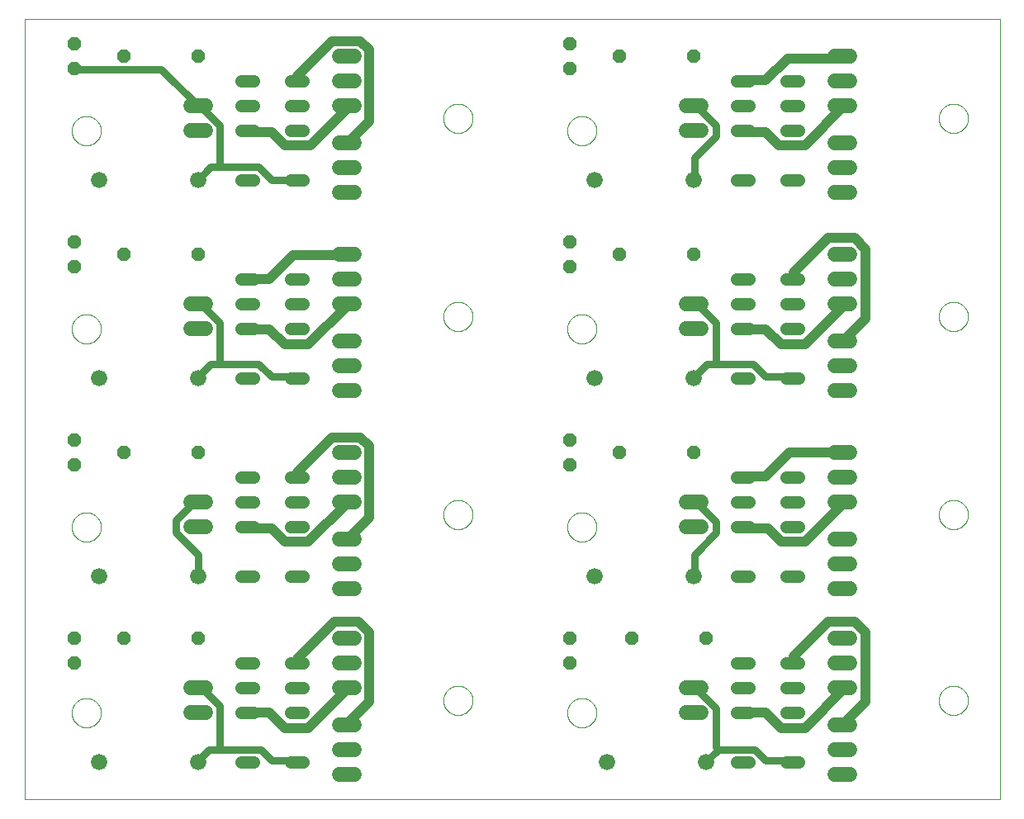
<source format=gbl>
G75*
%MOIN*%
%OFA0B0*%
%FSLAX25Y25*%
%IPPOS*%
%LPD*%
%AMOC8*
5,1,8,0,0,1.08239X$1,22.5*
%
%ADD10C,0.00000*%
%ADD11C,0.06600*%
%ADD12C,0.06000*%
%ADD13OC8,0.05200*%
%ADD14C,0.05150*%
%ADD15C,0.03000*%
%ADD16C,0.04000*%
D10*
X0002600Y0002600D02*
X0002600Y0317561D01*
X0396301Y0317561D01*
X0396301Y0002600D01*
X0002600Y0002600D01*
X0021694Y0037600D02*
X0021696Y0037753D01*
X0021702Y0037907D01*
X0021712Y0038060D01*
X0021726Y0038212D01*
X0021744Y0038365D01*
X0021766Y0038516D01*
X0021791Y0038667D01*
X0021821Y0038818D01*
X0021855Y0038968D01*
X0021892Y0039116D01*
X0021933Y0039264D01*
X0021978Y0039410D01*
X0022027Y0039556D01*
X0022080Y0039700D01*
X0022136Y0039842D01*
X0022196Y0039983D01*
X0022260Y0040123D01*
X0022327Y0040261D01*
X0022398Y0040397D01*
X0022473Y0040531D01*
X0022550Y0040663D01*
X0022632Y0040793D01*
X0022716Y0040921D01*
X0022804Y0041047D01*
X0022895Y0041170D01*
X0022989Y0041291D01*
X0023087Y0041409D01*
X0023187Y0041525D01*
X0023291Y0041638D01*
X0023397Y0041749D01*
X0023506Y0041857D01*
X0023618Y0041962D01*
X0023732Y0042063D01*
X0023850Y0042162D01*
X0023969Y0042258D01*
X0024091Y0042351D01*
X0024216Y0042440D01*
X0024343Y0042527D01*
X0024472Y0042609D01*
X0024603Y0042689D01*
X0024736Y0042765D01*
X0024871Y0042838D01*
X0025008Y0042907D01*
X0025147Y0042972D01*
X0025287Y0043034D01*
X0025429Y0043092D01*
X0025572Y0043147D01*
X0025717Y0043198D01*
X0025863Y0043245D01*
X0026010Y0043288D01*
X0026158Y0043327D01*
X0026307Y0043363D01*
X0026457Y0043394D01*
X0026608Y0043422D01*
X0026759Y0043446D01*
X0026912Y0043466D01*
X0027064Y0043482D01*
X0027217Y0043494D01*
X0027370Y0043502D01*
X0027523Y0043506D01*
X0027677Y0043506D01*
X0027830Y0043502D01*
X0027983Y0043494D01*
X0028136Y0043482D01*
X0028288Y0043466D01*
X0028441Y0043446D01*
X0028592Y0043422D01*
X0028743Y0043394D01*
X0028893Y0043363D01*
X0029042Y0043327D01*
X0029190Y0043288D01*
X0029337Y0043245D01*
X0029483Y0043198D01*
X0029628Y0043147D01*
X0029771Y0043092D01*
X0029913Y0043034D01*
X0030053Y0042972D01*
X0030192Y0042907D01*
X0030329Y0042838D01*
X0030464Y0042765D01*
X0030597Y0042689D01*
X0030728Y0042609D01*
X0030857Y0042527D01*
X0030984Y0042440D01*
X0031109Y0042351D01*
X0031231Y0042258D01*
X0031350Y0042162D01*
X0031468Y0042063D01*
X0031582Y0041962D01*
X0031694Y0041857D01*
X0031803Y0041749D01*
X0031909Y0041638D01*
X0032013Y0041525D01*
X0032113Y0041409D01*
X0032211Y0041291D01*
X0032305Y0041170D01*
X0032396Y0041047D01*
X0032484Y0040921D01*
X0032568Y0040793D01*
X0032650Y0040663D01*
X0032727Y0040531D01*
X0032802Y0040397D01*
X0032873Y0040261D01*
X0032940Y0040123D01*
X0033004Y0039983D01*
X0033064Y0039842D01*
X0033120Y0039700D01*
X0033173Y0039556D01*
X0033222Y0039410D01*
X0033267Y0039264D01*
X0033308Y0039116D01*
X0033345Y0038968D01*
X0033379Y0038818D01*
X0033409Y0038667D01*
X0033434Y0038516D01*
X0033456Y0038365D01*
X0033474Y0038212D01*
X0033488Y0038060D01*
X0033498Y0037907D01*
X0033504Y0037753D01*
X0033506Y0037600D01*
X0033504Y0037447D01*
X0033498Y0037293D01*
X0033488Y0037140D01*
X0033474Y0036988D01*
X0033456Y0036835D01*
X0033434Y0036684D01*
X0033409Y0036533D01*
X0033379Y0036382D01*
X0033345Y0036232D01*
X0033308Y0036084D01*
X0033267Y0035936D01*
X0033222Y0035790D01*
X0033173Y0035644D01*
X0033120Y0035500D01*
X0033064Y0035358D01*
X0033004Y0035217D01*
X0032940Y0035077D01*
X0032873Y0034939D01*
X0032802Y0034803D01*
X0032727Y0034669D01*
X0032650Y0034537D01*
X0032568Y0034407D01*
X0032484Y0034279D01*
X0032396Y0034153D01*
X0032305Y0034030D01*
X0032211Y0033909D01*
X0032113Y0033791D01*
X0032013Y0033675D01*
X0031909Y0033562D01*
X0031803Y0033451D01*
X0031694Y0033343D01*
X0031582Y0033238D01*
X0031468Y0033137D01*
X0031350Y0033038D01*
X0031231Y0032942D01*
X0031109Y0032849D01*
X0030984Y0032760D01*
X0030857Y0032673D01*
X0030728Y0032591D01*
X0030597Y0032511D01*
X0030464Y0032435D01*
X0030329Y0032362D01*
X0030192Y0032293D01*
X0030053Y0032228D01*
X0029913Y0032166D01*
X0029771Y0032108D01*
X0029628Y0032053D01*
X0029483Y0032002D01*
X0029337Y0031955D01*
X0029190Y0031912D01*
X0029042Y0031873D01*
X0028893Y0031837D01*
X0028743Y0031806D01*
X0028592Y0031778D01*
X0028441Y0031754D01*
X0028288Y0031734D01*
X0028136Y0031718D01*
X0027983Y0031706D01*
X0027830Y0031698D01*
X0027677Y0031694D01*
X0027523Y0031694D01*
X0027370Y0031698D01*
X0027217Y0031706D01*
X0027064Y0031718D01*
X0026912Y0031734D01*
X0026759Y0031754D01*
X0026608Y0031778D01*
X0026457Y0031806D01*
X0026307Y0031837D01*
X0026158Y0031873D01*
X0026010Y0031912D01*
X0025863Y0031955D01*
X0025717Y0032002D01*
X0025572Y0032053D01*
X0025429Y0032108D01*
X0025287Y0032166D01*
X0025147Y0032228D01*
X0025008Y0032293D01*
X0024871Y0032362D01*
X0024736Y0032435D01*
X0024603Y0032511D01*
X0024472Y0032591D01*
X0024343Y0032673D01*
X0024216Y0032760D01*
X0024091Y0032849D01*
X0023969Y0032942D01*
X0023850Y0033038D01*
X0023732Y0033137D01*
X0023618Y0033238D01*
X0023506Y0033343D01*
X0023397Y0033451D01*
X0023291Y0033562D01*
X0023187Y0033675D01*
X0023087Y0033791D01*
X0022989Y0033909D01*
X0022895Y0034030D01*
X0022804Y0034153D01*
X0022716Y0034279D01*
X0022632Y0034407D01*
X0022550Y0034537D01*
X0022473Y0034669D01*
X0022398Y0034803D01*
X0022327Y0034939D01*
X0022260Y0035077D01*
X0022196Y0035217D01*
X0022136Y0035358D01*
X0022080Y0035500D01*
X0022027Y0035644D01*
X0021978Y0035790D01*
X0021933Y0035936D01*
X0021892Y0036084D01*
X0021855Y0036232D01*
X0021821Y0036382D01*
X0021791Y0036533D01*
X0021766Y0036684D01*
X0021744Y0036835D01*
X0021726Y0036988D01*
X0021712Y0037140D01*
X0021702Y0037293D01*
X0021696Y0037447D01*
X0021694Y0037600D01*
X0021694Y0112600D02*
X0021696Y0112753D01*
X0021702Y0112907D01*
X0021712Y0113060D01*
X0021726Y0113212D01*
X0021744Y0113365D01*
X0021766Y0113516D01*
X0021791Y0113667D01*
X0021821Y0113818D01*
X0021855Y0113968D01*
X0021892Y0114116D01*
X0021933Y0114264D01*
X0021978Y0114410D01*
X0022027Y0114556D01*
X0022080Y0114700D01*
X0022136Y0114842D01*
X0022196Y0114983D01*
X0022260Y0115123D01*
X0022327Y0115261D01*
X0022398Y0115397D01*
X0022473Y0115531D01*
X0022550Y0115663D01*
X0022632Y0115793D01*
X0022716Y0115921D01*
X0022804Y0116047D01*
X0022895Y0116170D01*
X0022989Y0116291D01*
X0023087Y0116409D01*
X0023187Y0116525D01*
X0023291Y0116638D01*
X0023397Y0116749D01*
X0023506Y0116857D01*
X0023618Y0116962D01*
X0023732Y0117063D01*
X0023850Y0117162D01*
X0023969Y0117258D01*
X0024091Y0117351D01*
X0024216Y0117440D01*
X0024343Y0117527D01*
X0024472Y0117609D01*
X0024603Y0117689D01*
X0024736Y0117765D01*
X0024871Y0117838D01*
X0025008Y0117907D01*
X0025147Y0117972D01*
X0025287Y0118034D01*
X0025429Y0118092D01*
X0025572Y0118147D01*
X0025717Y0118198D01*
X0025863Y0118245D01*
X0026010Y0118288D01*
X0026158Y0118327D01*
X0026307Y0118363D01*
X0026457Y0118394D01*
X0026608Y0118422D01*
X0026759Y0118446D01*
X0026912Y0118466D01*
X0027064Y0118482D01*
X0027217Y0118494D01*
X0027370Y0118502D01*
X0027523Y0118506D01*
X0027677Y0118506D01*
X0027830Y0118502D01*
X0027983Y0118494D01*
X0028136Y0118482D01*
X0028288Y0118466D01*
X0028441Y0118446D01*
X0028592Y0118422D01*
X0028743Y0118394D01*
X0028893Y0118363D01*
X0029042Y0118327D01*
X0029190Y0118288D01*
X0029337Y0118245D01*
X0029483Y0118198D01*
X0029628Y0118147D01*
X0029771Y0118092D01*
X0029913Y0118034D01*
X0030053Y0117972D01*
X0030192Y0117907D01*
X0030329Y0117838D01*
X0030464Y0117765D01*
X0030597Y0117689D01*
X0030728Y0117609D01*
X0030857Y0117527D01*
X0030984Y0117440D01*
X0031109Y0117351D01*
X0031231Y0117258D01*
X0031350Y0117162D01*
X0031468Y0117063D01*
X0031582Y0116962D01*
X0031694Y0116857D01*
X0031803Y0116749D01*
X0031909Y0116638D01*
X0032013Y0116525D01*
X0032113Y0116409D01*
X0032211Y0116291D01*
X0032305Y0116170D01*
X0032396Y0116047D01*
X0032484Y0115921D01*
X0032568Y0115793D01*
X0032650Y0115663D01*
X0032727Y0115531D01*
X0032802Y0115397D01*
X0032873Y0115261D01*
X0032940Y0115123D01*
X0033004Y0114983D01*
X0033064Y0114842D01*
X0033120Y0114700D01*
X0033173Y0114556D01*
X0033222Y0114410D01*
X0033267Y0114264D01*
X0033308Y0114116D01*
X0033345Y0113968D01*
X0033379Y0113818D01*
X0033409Y0113667D01*
X0033434Y0113516D01*
X0033456Y0113365D01*
X0033474Y0113212D01*
X0033488Y0113060D01*
X0033498Y0112907D01*
X0033504Y0112753D01*
X0033506Y0112600D01*
X0033504Y0112447D01*
X0033498Y0112293D01*
X0033488Y0112140D01*
X0033474Y0111988D01*
X0033456Y0111835D01*
X0033434Y0111684D01*
X0033409Y0111533D01*
X0033379Y0111382D01*
X0033345Y0111232D01*
X0033308Y0111084D01*
X0033267Y0110936D01*
X0033222Y0110790D01*
X0033173Y0110644D01*
X0033120Y0110500D01*
X0033064Y0110358D01*
X0033004Y0110217D01*
X0032940Y0110077D01*
X0032873Y0109939D01*
X0032802Y0109803D01*
X0032727Y0109669D01*
X0032650Y0109537D01*
X0032568Y0109407D01*
X0032484Y0109279D01*
X0032396Y0109153D01*
X0032305Y0109030D01*
X0032211Y0108909D01*
X0032113Y0108791D01*
X0032013Y0108675D01*
X0031909Y0108562D01*
X0031803Y0108451D01*
X0031694Y0108343D01*
X0031582Y0108238D01*
X0031468Y0108137D01*
X0031350Y0108038D01*
X0031231Y0107942D01*
X0031109Y0107849D01*
X0030984Y0107760D01*
X0030857Y0107673D01*
X0030728Y0107591D01*
X0030597Y0107511D01*
X0030464Y0107435D01*
X0030329Y0107362D01*
X0030192Y0107293D01*
X0030053Y0107228D01*
X0029913Y0107166D01*
X0029771Y0107108D01*
X0029628Y0107053D01*
X0029483Y0107002D01*
X0029337Y0106955D01*
X0029190Y0106912D01*
X0029042Y0106873D01*
X0028893Y0106837D01*
X0028743Y0106806D01*
X0028592Y0106778D01*
X0028441Y0106754D01*
X0028288Y0106734D01*
X0028136Y0106718D01*
X0027983Y0106706D01*
X0027830Y0106698D01*
X0027677Y0106694D01*
X0027523Y0106694D01*
X0027370Y0106698D01*
X0027217Y0106706D01*
X0027064Y0106718D01*
X0026912Y0106734D01*
X0026759Y0106754D01*
X0026608Y0106778D01*
X0026457Y0106806D01*
X0026307Y0106837D01*
X0026158Y0106873D01*
X0026010Y0106912D01*
X0025863Y0106955D01*
X0025717Y0107002D01*
X0025572Y0107053D01*
X0025429Y0107108D01*
X0025287Y0107166D01*
X0025147Y0107228D01*
X0025008Y0107293D01*
X0024871Y0107362D01*
X0024736Y0107435D01*
X0024603Y0107511D01*
X0024472Y0107591D01*
X0024343Y0107673D01*
X0024216Y0107760D01*
X0024091Y0107849D01*
X0023969Y0107942D01*
X0023850Y0108038D01*
X0023732Y0108137D01*
X0023618Y0108238D01*
X0023506Y0108343D01*
X0023397Y0108451D01*
X0023291Y0108562D01*
X0023187Y0108675D01*
X0023087Y0108791D01*
X0022989Y0108909D01*
X0022895Y0109030D01*
X0022804Y0109153D01*
X0022716Y0109279D01*
X0022632Y0109407D01*
X0022550Y0109537D01*
X0022473Y0109669D01*
X0022398Y0109803D01*
X0022327Y0109939D01*
X0022260Y0110077D01*
X0022196Y0110217D01*
X0022136Y0110358D01*
X0022080Y0110500D01*
X0022027Y0110644D01*
X0021978Y0110790D01*
X0021933Y0110936D01*
X0021892Y0111084D01*
X0021855Y0111232D01*
X0021821Y0111382D01*
X0021791Y0111533D01*
X0021766Y0111684D01*
X0021744Y0111835D01*
X0021726Y0111988D01*
X0021712Y0112140D01*
X0021702Y0112293D01*
X0021696Y0112447D01*
X0021694Y0112600D01*
X0021694Y0192600D02*
X0021696Y0192753D01*
X0021702Y0192907D01*
X0021712Y0193060D01*
X0021726Y0193212D01*
X0021744Y0193365D01*
X0021766Y0193516D01*
X0021791Y0193667D01*
X0021821Y0193818D01*
X0021855Y0193968D01*
X0021892Y0194116D01*
X0021933Y0194264D01*
X0021978Y0194410D01*
X0022027Y0194556D01*
X0022080Y0194700D01*
X0022136Y0194842D01*
X0022196Y0194983D01*
X0022260Y0195123D01*
X0022327Y0195261D01*
X0022398Y0195397D01*
X0022473Y0195531D01*
X0022550Y0195663D01*
X0022632Y0195793D01*
X0022716Y0195921D01*
X0022804Y0196047D01*
X0022895Y0196170D01*
X0022989Y0196291D01*
X0023087Y0196409D01*
X0023187Y0196525D01*
X0023291Y0196638D01*
X0023397Y0196749D01*
X0023506Y0196857D01*
X0023618Y0196962D01*
X0023732Y0197063D01*
X0023850Y0197162D01*
X0023969Y0197258D01*
X0024091Y0197351D01*
X0024216Y0197440D01*
X0024343Y0197527D01*
X0024472Y0197609D01*
X0024603Y0197689D01*
X0024736Y0197765D01*
X0024871Y0197838D01*
X0025008Y0197907D01*
X0025147Y0197972D01*
X0025287Y0198034D01*
X0025429Y0198092D01*
X0025572Y0198147D01*
X0025717Y0198198D01*
X0025863Y0198245D01*
X0026010Y0198288D01*
X0026158Y0198327D01*
X0026307Y0198363D01*
X0026457Y0198394D01*
X0026608Y0198422D01*
X0026759Y0198446D01*
X0026912Y0198466D01*
X0027064Y0198482D01*
X0027217Y0198494D01*
X0027370Y0198502D01*
X0027523Y0198506D01*
X0027677Y0198506D01*
X0027830Y0198502D01*
X0027983Y0198494D01*
X0028136Y0198482D01*
X0028288Y0198466D01*
X0028441Y0198446D01*
X0028592Y0198422D01*
X0028743Y0198394D01*
X0028893Y0198363D01*
X0029042Y0198327D01*
X0029190Y0198288D01*
X0029337Y0198245D01*
X0029483Y0198198D01*
X0029628Y0198147D01*
X0029771Y0198092D01*
X0029913Y0198034D01*
X0030053Y0197972D01*
X0030192Y0197907D01*
X0030329Y0197838D01*
X0030464Y0197765D01*
X0030597Y0197689D01*
X0030728Y0197609D01*
X0030857Y0197527D01*
X0030984Y0197440D01*
X0031109Y0197351D01*
X0031231Y0197258D01*
X0031350Y0197162D01*
X0031468Y0197063D01*
X0031582Y0196962D01*
X0031694Y0196857D01*
X0031803Y0196749D01*
X0031909Y0196638D01*
X0032013Y0196525D01*
X0032113Y0196409D01*
X0032211Y0196291D01*
X0032305Y0196170D01*
X0032396Y0196047D01*
X0032484Y0195921D01*
X0032568Y0195793D01*
X0032650Y0195663D01*
X0032727Y0195531D01*
X0032802Y0195397D01*
X0032873Y0195261D01*
X0032940Y0195123D01*
X0033004Y0194983D01*
X0033064Y0194842D01*
X0033120Y0194700D01*
X0033173Y0194556D01*
X0033222Y0194410D01*
X0033267Y0194264D01*
X0033308Y0194116D01*
X0033345Y0193968D01*
X0033379Y0193818D01*
X0033409Y0193667D01*
X0033434Y0193516D01*
X0033456Y0193365D01*
X0033474Y0193212D01*
X0033488Y0193060D01*
X0033498Y0192907D01*
X0033504Y0192753D01*
X0033506Y0192600D01*
X0033504Y0192447D01*
X0033498Y0192293D01*
X0033488Y0192140D01*
X0033474Y0191988D01*
X0033456Y0191835D01*
X0033434Y0191684D01*
X0033409Y0191533D01*
X0033379Y0191382D01*
X0033345Y0191232D01*
X0033308Y0191084D01*
X0033267Y0190936D01*
X0033222Y0190790D01*
X0033173Y0190644D01*
X0033120Y0190500D01*
X0033064Y0190358D01*
X0033004Y0190217D01*
X0032940Y0190077D01*
X0032873Y0189939D01*
X0032802Y0189803D01*
X0032727Y0189669D01*
X0032650Y0189537D01*
X0032568Y0189407D01*
X0032484Y0189279D01*
X0032396Y0189153D01*
X0032305Y0189030D01*
X0032211Y0188909D01*
X0032113Y0188791D01*
X0032013Y0188675D01*
X0031909Y0188562D01*
X0031803Y0188451D01*
X0031694Y0188343D01*
X0031582Y0188238D01*
X0031468Y0188137D01*
X0031350Y0188038D01*
X0031231Y0187942D01*
X0031109Y0187849D01*
X0030984Y0187760D01*
X0030857Y0187673D01*
X0030728Y0187591D01*
X0030597Y0187511D01*
X0030464Y0187435D01*
X0030329Y0187362D01*
X0030192Y0187293D01*
X0030053Y0187228D01*
X0029913Y0187166D01*
X0029771Y0187108D01*
X0029628Y0187053D01*
X0029483Y0187002D01*
X0029337Y0186955D01*
X0029190Y0186912D01*
X0029042Y0186873D01*
X0028893Y0186837D01*
X0028743Y0186806D01*
X0028592Y0186778D01*
X0028441Y0186754D01*
X0028288Y0186734D01*
X0028136Y0186718D01*
X0027983Y0186706D01*
X0027830Y0186698D01*
X0027677Y0186694D01*
X0027523Y0186694D01*
X0027370Y0186698D01*
X0027217Y0186706D01*
X0027064Y0186718D01*
X0026912Y0186734D01*
X0026759Y0186754D01*
X0026608Y0186778D01*
X0026457Y0186806D01*
X0026307Y0186837D01*
X0026158Y0186873D01*
X0026010Y0186912D01*
X0025863Y0186955D01*
X0025717Y0187002D01*
X0025572Y0187053D01*
X0025429Y0187108D01*
X0025287Y0187166D01*
X0025147Y0187228D01*
X0025008Y0187293D01*
X0024871Y0187362D01*
X0024736Y0187435D01*
X0024603Y0187511D01*
X0024472Y0187591D01*
X0024343Y0187673D01*
X0024216Y0187760D01*
X0024091Y0187849D01*
X0023969Y0187942D01*
X0023850Y0188038D01*
X0023732Y0188137D01*
X0023618Y0188238D01*
X0023506Y0188343D01*
X0023397Y0188451D01*
X0023291Y0188562D01*
X0023187Y0188675D01*
X0023087Y0188791D01*
X0022989Y0188909D01*
X0022895Y0189030D01*
X0022804Y0189153D01*
X0022716Y0189279D01*
X0022632Y0189407D01*
X0022550Y0189537D01*
X0022473Y0189669D01*
X0022398Y0189803D01*
X0022327Y0189939D01*
X0022260Y0190077D01*
X0022196Y0190217D01*
X0022136Y0190358D01*
X0022080Y0190500D01*
X0022027Y0190644D01*
X0021978Y0190790D01*
X0021933Y0190936D01*
X0021892Y0191084D01*
X0021855Y0191232D01*
X0021821Y0191382D01*
X0021791Y0191533D01*
X0021766Y0191684D01*
X0021744Y0191835D01*
X0021726Y0191988D01*
X0021712Y0192140D01*
X0021702Y0192293D01*
X0021696Y0192447D01*
X0021694Y0192600D01*
X0021694Y0272600D02*
X0021696Y0272753D01*
X0021702Y0272907D01*
X0021712Y0273060D01*
X0021726Y0273212D01*
X0021744Y0273365D01*
X0021766Y0273516D01*
X0021791Y0273667D01*
X0021821Y0273818D01*
X0021855Y0273968D01*
X0021892Y0274116D01*
X0021933Y0274264D01*
X0021978Y0274410D01*
X0022027Y0274556D01*
X0022080Y0274700D01*
X0022136Y0274842D01*
X0022196Y0274983D01*
X0022260Y0275123D01*
X0022327Y0275261D01*
X0022398Y0275397D01*
X0022473Y0275531D01*
X0022550Y0275663D01*
X0022632Y0275793D01*
X0022716Y0275921D01*
X0022804Y0276047D01*
X0022895Y0276170D01*
X0022989Y0276291D01*
X0023087Y0276409D01*
X0023187Y0276525D01*
X0023291Y0276638D01*
X0023397Y0276749D01*
X0023506Y0276857D01*
X0023618Y0276962D01*
X0023732Y0277063D01*
X0023850Y0277162D01*
X0023969Y0277258D01*
X0024091Y0277351D01*
X0024216Y0277440D01*
X0024343Y0277527D01*
X0024472Y0277609D01*
X0024603Y0277689D01*
X0024736Y0277765D01*
X0024871Y0277838D01*
X0025008Y0277907D01*
X0025147Y0277972D01*
X0025287Y0278034D01*
X0025429Y0278092D01*
X0025572Y0278147D01*
X0025717Y0278198D01*
X0025863Y0278245D01*
X0026010Y0278288D01*
X0026158Y0278327D01*
X0026307Y0278363D01*
X0026457Y0278394D01*
X0026608Y0278422D01*
X0026759Y0278446D01*
X0026912Y0278466D01*
X0027064Y0278482D01*
X0027217Y0278494D01*
X0027370Y0278502D01*
X0027523Y0278506D01*
X0027677Y0278506D01*
X0027830Y0278502D01*
X0027983Y0278494D01*
X0028136Y0278482D01*
X0028288Y0278466D01*
X0028441Y0278446D01*
X0028592Y0278422D01*
X0028743Y0278394D01*
X0028893Y0278363D01*
X0029042Y0278327D01*
X0029190Y0278288D01*
X0029337Y0278245D01*
X0029483Y0278198D01*
X0029628Y0278147D01*
X0029771Y0278092D01*
X0029913Y0278034D01*
X0030053Y0277972D01*
X0030192Y0277907D01*
X0030329Y0277838D01*
X0030464Y0277765D01*
X0030597Y0277689D01*
X0030728Y0277609D01*
X0030857Y0277527D01*
X0030984Y0277440D01*
X0031109Y0277351D01*
X0031231Y0277258D01*
X0031350Y0277162D01*
X0031468Y0277063D01*
X0031582Y0276962D01*
X0031694Y0276857D01*
X0031803Y0276749D01*
X0031909Y0276638D01*
X0032013Y0276525D01*
X0032113Y0276409D01*
X0032211Y0276291D01*
X0032305Y0276170D01*
X0032396Y0276047D01*
X0032484Y0275921D01*
X0032568Y0275793D01*
X0032650Y0275663D01*
X0032727Y0275531D01*
X0032802Y0275397D01*
X0032873Y0275261D01*
X0032940Y0275123D01*
X0033004Y0274983D01*
X0033064Y0274842D01*
X0033120Y0274700D01*
X0033173Y0274556D01*
X0033222Y0274410D01*
X0033267Y0274264D01*
X0033308Y0274116D01*
X0033345Y0273968D01*
X0033379Y0273818D01*
X0033409Y0273667D01*
X0033434Y0273516D01*
X0033456Y0273365D01*
X0033474Y0273212D01*
X0033488Y0273060D01*
X0033498Y0272907D01*
X0033504Y0272753D01*
X0033506Y0272600D01*
X0033504Y0272447D01*
X0033498Y0272293D01*
X0033488Y0272140D01*
X0033474Y0271988D01*
X0033456Y0271835D01*
X0033434Y0271684D01*
X0033409Y0271533D01*
X0033379Y0271382D01*
X0033345Y0271232D01*
X0033308Y0271084D01*
X0033267Y0270936D01*
X0033222Y0270790D01*
X0033173Y0270644D01*
X0033120Y0270500D01*
X0033064Y0270358D01*
X0033004Y0270217D01*
X0032940Y0270077D01*
X0032873Y0269939D01*
X0032802Y0269803D01*
X0032727Y0269669D01*
X0032650Y0269537D01*
X0032568Y0269407D01*
X0032484Y0269279D01*
X0032396Y0269153D01*
X0032305Y0269030D01*
X0032211Y0268909D01*
X0032113Y0268791D01*
X0032013Y0268675D01*
X0031909Y0268562D01*
X0031803Y0268451D01*
X0031694Y0268343D01*
X0031582Y0268238D01*
X0031468Y0268137D01*
X0031350Y0268038D01*
X0031231Y0267942D01*
X0031109Y0267849D01*
X0030984Y0267760D01*
X0030857Y0267673D01*
X0030728Y0267591D01*
X0030597Y0267511D01*
X0030464Y0267435D01*
X0030329Y0267362D01*
X0030192Y0267293D01*
X0030053Y0267228D01*
X0029913Y0267166D01*
X0029771Y0267108D01*
X0029628Y0267053D01*
X0029483Y0267002D01*
X0029337Y0266955D01*
X0029190Y0266912D01*
X0029042Y0266873D01*
X0028893Y0266837D01*
X0028743Y0266806D01*
X0028592Y0266778D01*
X0028441Y0266754D01*
X0028288Y0266734D01*
X0028136Y0266718D01*
X0027983Y0266706D01*
X0027830Y0266698D01*
X0027677Y0266694D01*
X0027523Y0266694D01*
X0027370Y0266698D01*
X0027217Y0266706D01*
X0027064Y0266718D01*
X0026912Y0266734D01*
X0026759Y0266754D01*
X0026608Y0266778D01*
X0026457Y0266806D01*
X0026307Y0266837D01*
X0026158Y0266873D01*
X0026010Y0266912D01*
X0025863Y0266955D01*
X0025717Y0267002D01*
X0025572Y0267053D01*
X0025429Y0267108D01*
X0025287Y0267166D01*
X0025147Y0267228D01*
X0025008Y0267293D01*
X0024871Y0267362D01*
X0024736Y0267435D01*
X0024603Y0267511D01*
X0024472Y0267591D01*
X0024343Y0267673D01*
X0024216Y0267760D01*
X0024091Y0267849D01*
X0023969Y0267942D01*
X0023850Y0268038D01*
X0023732Y0268137D01*
X0023618Y0268238D01*
X0023506Y0268343D01*
X0023397Y0268451D01*
X0023291Y0268562D01*
X0023187Y0268675D01*
X0023087Y0268791D01*
X0022989Y0268909D01*
X0022895Y0269030D01*
X0022804Y0269153D01*
X0022716Y0269279D01*
X0022632Y0269407D01*
X0022550Y0269537D01*
X0022473Y0269669D01*
X0022398Y0269803D01*
X0022327Y0269939D01*
X0022260Y0270077D01*
X0022196Y0270217D01*
X0022136Y0270358D01*
X0022080Y0270500D01*
X0022027Y0270644D01*
X0021978Y0270790D01*
X0021933Y0270936D01*
X0021892Y0271084D01*
X0021855Y0271232D01*
X0021821Y0271382D01*
X0021791Y0271533D01*
X0021766Y0271684D01*
X0021744Y0271835D01*
X0021726Y0271988D01*
X0021712Y0272140D01*
X0021702Y0272293D01*
X0021696Y0272447D01*
X0021694Y0272600D01*
X0171694Y0277600D02*
X0171696Y0277753D01*
X0171702Y0277907D01*
X0171712Y0278060D01*
X0171726Y0278212D01*
X0171744Y0278365D01*
X0171766Y0278516D01*
X0171791Y0278667D01*
X0171821Y0278818D01*
X0171855Y0278968D01*
X0171892Y0279116D01*
X0171933Y0279264D01*
X0171978Y0279410D01*
X0172027Y0279556D01*
X0172080Y0279700D01*
X0172136Y0279842D01*
X0172196Y0279983D01*
X0172260Y0280123D01*
X0172327Y0280261D01*
X0172398Y0280397D01*
X0172473Y0280531D01*
X0172550Y0280663D01*
X0172632Y0280793D01*
X0172716Y0280921D01*
X0172804Y0281047D01*
X0172895Y0281170D01*
X0172989Y0281291D01*
X0173087Y0281409D01*
X0173187Y0281525D01*
X0173291Y0281638D01*
X0173397Y0281749D01*
X0173506Y0281857D01*
X0173618Y0281962D01*
X0173732Y0282063D01*
X0173850Y0282162D01*
X0173969Y0282258D01*
X0174091Y0282351D01*
X0174216Y0282440D01*
X0174343Y0282527D01*
X0174472Y0282609D01*
X0174603Y0282689D01*
X0174736Y0282765D01*
X0174871Y0282838D01*
X0175008Y0282907D01*
X0175147Y0282972D01*
X0175287Y0283034D01*
X0175429Y0283092D01*
X0175572Y0283147D01*
X0175717Y0283198D01*
X0175863Y0283245D01*
X0176010Y0283288D01*
X0176158Y0283327D01*
X0176307Y0283363D01*
X0176457Y0283394D01*
X0176608Y0283422D01*
X0176759Y0283446D01*
X0176912Y0283466D01*
X0177064Y0283482D01*
X0177217Y0283494D01*
X0177370Y0283502D01*
X0177523Y0283506D01*
X0177677Y0283506D01*
X0177830Y0283502D01*
X0177983Y0283494D01*
X0178136Y0283482D01*
X0178288Y0283466D01*
X0178441Y0283446D01*
X0178592Y0283422D01*
X0178743Y0283394D01*
X0178893Y0283363D01*
X0179042Y0283327D01*
X0179190Y0283288D01*
X0179337Y0283245D01*
X0179483Y0283198D01*
X0179628Y0283147D01*
X0179771Y0283092D01*
X0179913Y0283034D01*
X0180053Y0282972D01*
X0180192Y0282907D01*
X0180329Y0282838D01*
X0180464Y0282765D01*
X0180597Y0282689D01*
X0180728Y0282609D01*
X0180857Y0282527D01*
X0180984Y0282440D01*
X0181109Y0282351D01*
X0181231Y0282258D01*
X0181350Y0282162D01*
X0181468Y0282063D01*
X0181582Y0281962D01*
X0181694Y0281857D01*
X0181803Y0281749D01*
X0181909Y0281638D01*
X0182013Y0281525D01*
X0182113Y0281409D01*
X0182211Y0281291D01*
X0182305Y0281170D01*
X0182396Y0281047D01*
X0182484Y0280921D01*
X0182568Y0280793D01*
X0182650Y0280663D01*
X0182727Y0280531D01*
X0182802Y0280397D01*
X0182873Y0280261D01*
X0182940Y0280123D01*
X0183004Y0279983D01*
X0183064Y0279842D01*
X0183120Y0279700D01*
X0183173Y0279556D01*
X0183222Y0279410D01*
X0183267Y0279264D01*
X0183308Y0279116D01*
X0183345Y0278968D01*
X0183379Y0278818D01*
X0183409Y0278667D01*
X0183434Y0278516D01*
X0183456Y0278365D01*
X0183474Y0278212D01*
X0183488Y0278060D01*
X0183498Y0277907D01*
X0183504Y0277753D01*
X0183506Y0277600D01*
X0183504Y0277447D01*
X0183498Y0277293D01*
X0183488Y0277140D01*
X0183474Y0276988D01*
X0183456Y0276835D01*
X0183434Y0276684D01*
X0183409Y0276533D01*
X0183379Y0276382D01*
X0183345Y0276232D01*
X0183308Y0276084D01*
X0183267Y0275936D01*
X0183222Y0275790D01*
X0183173Y0275644D01*
X0183120Y0275500D01*
X0183064Y0275358D01*
X0183004Y0275217D01*
X0182940Y0275077D01*
X0182873Y0274939D01*
X0182802Y0274803D01*
X0182727Y0274669D01*
X0182650Y0274537D01*
X0182568Y0274407D01*
X0182484Y0274279D01*
X0182396Y0274153D01*
X0182305Y0274030D01*
X0182211Y0273909D01*
X0182113Y0273791D01*
X0182013Y0273675D01*
X0181909Y0273562D01*
X0181803Y0273451D01*
X0181694Y0273343D01*
X0181582Y0273238D01*
X0181468Y0273137D01*
X0181350Y0273038D01*
X0181231Y0272942D01*
X0181109Y0272849D01*
X0180984Y0272760D01*
X0180857Y0272673D01*
X0180728Y0272591D01*
X0180597Y0272511D01*
X0180464Y0272435D01*
X0180329Y0272362D01*
X0180192Y0272293D01*
X0180053Y0272228D01*
X0179913Y0272166D01*
X0179771Y0272108D01*
X0179628Y0272053D01*
X0179483Y0272002D01*
X0179337Y0271955D01*
X0179190Y0271912D01*
X0179042Y0271873D01*
X0178893Y0271837D01*
X0178743Y0271806D01*
X0178592Y0271778D01*
X0178441Y0271754D01*
X0178288Y0271734D01*
X0178136Y0271718D01*
X0177983Y0271706D01*
X0177830Y0271698D01*
X0177677Y0271694D01*
X0177523Y0271694D01*
X0177370Y0271698D01*
X0177217Y0271706D01*
X0177064Y0271718D01*
X0176912Y0271734D01*
X0176759Y0271754D01*
X0176608Y0271778D01*
X0176457Y0271806D01*
X0176307Y0271837D01*
X0176158Y0271873D01*
X0176010Y0271912D01*
X0175863Y0271955D01*
X0175717Y0272002D01*
X0175572Y0272053D01*
X0175429Y0272108D01*
X0175287Y0272166D01*
X0175147Y0272228D01*
X0175008Y0272293D01*
X0174871Y0272362D01*
X0174736Y0272435D01*
X0174603Y0272511D01*
X0174472Y0272591D01*
X0174343Y0272673D01*
X0174216Y0272760D01*
X0174091Y0272849D01*
X0173969Y0272942D01*
X0173850Y0273038D01*
X0173732Y0273137D01*
X0173618Y0273238D01*
X0173506Y0273343D01*
X0173397Y0273451D01*
X0173291Y0273562D01*
X0173187Y0273675D01*
X0173087Y0273791D01*
X0172989Y0273909D01*
X0172895Y0274030D01*
X0172804Y0274153D01*
X0172716Y0274279D01*
X0172632Y0274407D01*
X0172550Y0274537D01*
X0172473Y0274669D01*
X0172398Y0274803D01*
X0172327Y0274939D01*
X0172260Y0275077D01*
X0172196Y0275217D01*
X0172136Y0275358D01*
X0172080Y0275500D01*
X0172027Y0275644D01*
X0171978Y0275790D01*
X0171933Y0275936D01*
X0171892Y0276084D01*
X0171855Y0276232D01*
X0171821Y0276382D01*
X0171791Y0276533D01*
X0171766Y0276684D01*
X0171744Y0276835D01*
X0171726Y0276988D01*
X0171712Y0277140D01*
X0171702Y0277293D01*
X0171696Y0277447D01*
X0171694Y0277600D01*
X0221694Y0272600D02*
X0221696Y0272753D01*
X0221702Y0272907D01*
X0221712Y0273060D01*
X0221726Y0273212D01*
X0221744Y0273365D01*
X0221766Y0273516D01*
X0221791Y0273667D01*
X0221821Y0273818D01*
X0221855Y0273968D01*
X0221892Y0274116D01*
X0221933Y0274264D01*
X0221978Y0274410D01*
X0222027Y0274556D01*
X0222080Y0274700D01*
X0222136Y0274842D01*
X0222196Y0274983D01*
X0222260Y0275123D01*
X0222327Y0275261D01*
X0222398Y0275397D01*
X0222473Y0275531D01*
X0222550Y0275663D01*
X0222632Y0275793D01*
X0222716Y0275921D01*
X0222804Y0276047D01*
X0222895Y0276170D01*
X0222989Y0276291D01*
X0223087Y0276409D01*
X0223187Y0276525D01*
X0223291Y0276638D01*
X0223397Y0276749D01*
X0223506Y0276857D01*
X0223618Y0276962D01*
X0223732Y0277063D01*
X0223850Y0277162D01*
X0223969Y0277258D01*
X0224091Y0277351D01*
X0224216Y0277440D01*
X0224343Y0277527D01*
X0224472Y0277609D01*
X0224603Y0277689D01*
X0224736Y0277765D01*
X0224871Y0277838D01*
X0225008Y0277907D01*
X0225147Y0277972D01*
X0225287Y0278034D01*
X0225429Y0278092D01*
X0225572Y0278147D01*
X0225717Y0278198D01*
X0225863Y0278245D01*
X0226010Y0278288D01*
X0226158Y0278327D01*
X0226307Y0278363D01*
X0226457Y0278394D01*
X0226608Y0278422D01*
X0226759Y0278446D01*
X0226912Y0278466D01*
X0227064Y0278482D01*
X0227217Y0278494D01*
X0227370Y0278502D01*
X0227523Y0278506D01*
X0227677Y0278506D01*
X0227830Y0278502D01*
X0227983Y0278494D01*
X0228136Y0278482D01*
X0228288Y0278466D01*
X0228441Y0278446D01*
X0228592Y0278422D01*
X0228743Y0278394D01*
X0228893Y0278363D01*
X0229042Y0278327D01*
X0229190Y0278288D01*
X0229337Y0278245D01*
X0229483Y0278198D01*
X0229628Y0278147D01*
X0229771Y0278092D01*
X0229913Y0278034D01*
X0230053Y0277972D01*
X0230192Y0277907D01*
X0230329Y0277838D01*
X0230464Y0277765D01*
X0230597Y0277689D01*
X0230728Y0277609D01*
X0230857Y0277527D01*
X0230984Y0277440D01*
X0231109Y0277351D01*
X0231231Y0277258D01*
X0231350Y0277162D01*
X0231468Y0277063D01*
X0231582Y0276962D01*
X0231694Y0276857D01*
X0231803Y0276749D01*
X0231909Y0276638D01*
X0232013Y0276525D01*
X0232113Y0276409D01*
X0232211Y0276291D01*
X0232305Y0276170D01*
X0232396Y0276047D01*
X0232484Y0275921D01*
X0232568Y0275793D01*
X0232650Y0275663D01*
X0232727Y0275531D01*
X0232802Y0275397D01*
X0232873Y0275261D01*
X0232940Y0275123D01*
X0233004Y0274983D01*
X0233064Y0274842D01*
X0233120Y0274700D01*
X0233173Y0274556D01*
X0233222Y0274410D01*
X0233267Y0274264D01*
X0233308Y0274116D01*
X0233345Y0273968D01*
X0233379Y0273818D01*
X0233409Y0273667D01*
X0233434Y0273516D01*
X0233456Y0273365D01*
X0233474Y0273212D01*
X0233488Y0273060D01*
X0233498Y0272907D01*
X0233504Y0272753D01*
X0233506Y0272600D01*
X0233504Y0272447D01*
X0233498Y0272293D01*
X0233488Y0272140D01*
X0233474Y0271988D01*
X0233456Y0271835D01*
X0233434Y0271684D01*
X0233409Y0271533D01*
X0233379Y0271382D01*
X0233345Y0271232D01*
X0233308Y0271084D01*
X0233267Y0270936D01*
X0233222Y0270790D01*
X0233173Y0270644D01*
X0233120Y0270500D01*
X0233064Y0270358D01*
X0233004Y0270217D01*
X0232940Y0270077D01*
X0232873Y0269939D01*
X0232802Y0269803D01*
X0232727Y0269669D01*
X0232650Y0269537D01*
X0232568Y0269407D01*
X0232484Y0269279D01*
X0232396Y0269153D01*
X0232305Y0269030D01*
X0232211Y0268909D01*
X0232113Y0268791D01*
X0232013Y0268675D01*
X0231909Y0268562D01*
X0231803Y0268451D01*
X0231694Y0268343D01*
X0231582Y0268238D01*
X0231468Y0268137D01*
X0231350Y0268038D01*
X0231231Y0267942D01*
X0231109Y0267849D01*
X0230984Y0267760D01*
X0230857Y0267673D01*
X0230728Y0267591D01*
X0230597Y0267511D01*
X0230464Y0267435D01*
X0230329Y0267362D01*
X0230192Y0267293D01*
X0230053Y0267228D01*
X0229913Y0267166D01*
X0229771Y0267108D01*
X0229628Y0267053D01*
X0229483Y0267002D01*
X0229337Y0266955D01*
X0229190Y0266912D01*
X0229042Y0266873D01*
X0228893Y0266837D01*
X0228743Y0266806D01*
X0228592Y0266778D01*
X0228441Y0266754D01*
X0228288Y0266734D01*
X0228136Y0266718D01*
X0227983Y0266706D01*
X0227830Y0266698D01*
X0227677Y0266694D01*
X0227523Y0266694D01*
X0227370Y0266698D01*
X0227217Y0266706D01*
X0227064Y0266718D01*
X0226912Y0266734D01*
X0226759Y0266754D01*
X0226608Y0266778D01*
X0226457Y0266806D01*
X0226307Y0266837D01*
X0226158Y0266873D01*
X0226010Y0266912D01*
X0225863Y0266955D01*
X0225717Y0267002D01*
X0225572Y0267053D01*
X0225429Y0267108D01*
X0225287Y0267166D01*
X0225147Y0267228D01*
X0225008Y0267293D01*
X0224871Y0267362D01*
X0224736Y0267435D01*
X0224603Y0267511D01*
X0224472Y0267591D01*
X0224343Y0267673D01*
X0224216Y0267760D01*
X0224091Y0267849D01*
X0223969Y0267942D01*
X0223850Y0268038D01*
X0223732Y0268137D01*
X0223618Y0268238D01*
X0223506Y0268343D01*
X0223397Y0268451D01*
X0223291Y0268562D01*
X0223187Y0268675D01*
X0223087Y0268791D01*
X0222989Y0268909D01*
X0222895Y0269030D01*
X0222804Y0269153D01*
X0222716Y0269279D01*
X0222632Y0269407D01*
X0222550Y0269537D01*
X0222473Y0269669D01*
X0222398Y0269803D01*
X0222327Y0269939D01*
X0222260Y0270077D01*
X0222196Y0270217D01*
X0222136Y0270358D01*
X0222080Y0270500D01*
X0222027Y0270644D01*
X0221978Y0270790D01*
X0221933Y0270936D01*
X0221892Y0271084D01*
X0221855Y0271232D01*
X0221821Y0271382D01*
X0221791Y0271533D01*
X0221766Y0271684D01*
X0221744Y0271835D01*
X0221726Y0271988D01*
X0221712Y0272140D01*
X0221702Y0272293D01*
X0221696Y0272447D01*
X0221694Y0272600D01*
X0171694Y0197600D02*
X0171696Y0197753D01*
X0171702Y0197907D01*
X0171712Y0198060D01*
X0171726Y0198212D01*
X0171744Y0198365D01*
X0171766Y0198516D01*
X0171791Y0198667D01*
X0171821Y0198818D01*
X0171855Y0198968D01*
X0171892Y0199116D01*
X0171933Y0199264D01*
X0171978Y0199410D01*
X0172027Y0199556D01*
X0172080Y0199700D01*
X0172136Y0199842D01*
X0172196Y0199983D01*
X0172260Y0200123D01*
X0172327Y0200261D01*
X0172398Y0200397D01*
X0172473Y0200531D01*
X0172550Y0200663D01*
X0172632Y0200793D01*
X0172716Y0200921D01*
X0172804Y0201047D01*
X0172895Y0201170D01*
X0172989Y0201291D01*
X0173087Y0201409D01*
X0173187Y0201525D01*
X0173291Y0201638D01*
X0173397Y0201749D01*
X0173506Y0201857D01*
X0173618Y0201962D01*
X0173732Y0202063D01*
X0173850Y0202162D01*
X0173969Y0202258D01*
X0174091Y0202351D01*
X0174216Y0202440D01*
X0174343Y0202527D01*
X0174472Y0202609D01*
X0174603Y0202689D01*
X0174736Y0202765D01*
X0174871Y0202838D01*
X0175008Y0202907D01*
X0175147Y0202972D01*
X0175287Y0203034D01*
X0175429Y0203092D01*
X0175572Y0203147D01*
X0175717Y0203198D01*
X0175863Y0203245D01*
X0176010Y0203288D01*
X0176158Y0203327D01*
X0176307Y0203363D01*
X0176457Y0203394D01*
X0176608Y0203422D01*
X0176759Y0203446D01*
X0176912Y0203466D01*
X0177064Y0203482D01*
X0177217Y0203494D01*
X0177370Y0203502D01*
X0177523Y0203506D01*
X0177677Y0203506D01*
X0177830Y0203502D01*
X0177983Y0203494D01*
X0178136Y0203482D01*
X0178288Y0203466D01*
X0178441Y0203446D01*
X0178592Y0203422D01*
X0178743Y0203394D01*
X0178893Y0203363D01*
X0179042Y0203327D01*
X0179190Y0203288D01*
X0179337Y0203245D01*
X0179483Y0203198D01*
X0179628Y0203147D01*
X0179771Y0203092D01*
X0179913Y0203034D01*
X0180053Y0202972D01*
X0180192Y0202907D01*
X0180329Y0202838D01*
X0180464Y0202765D01*
X0180597Y0202689D01*
X0180728Y0202609D01*
X0180857Y0202527D01*
X0180984Y0202440D01*
X0181109Y0202351D01*
X0181231Y0202258D01*
X0181350Y0202162D01*
X0181468Y0202063D01*
X0181582Y0201962D01*
X0181694Y0201857D01*
X0181803Y0201749D01*
X0181909Y0201638D01*
X0182013Y0201525D01*
X0182113Y0201409D01*
X0182211Y0201291D01*
X0182305Y0201170D01*
X0182396Y0201047D01*
X0182484Y0200921D01*
X0182568Y0200793D01*
X0182650Y0200663D01*
X0182727Y0200531D01*
X0182802Y0200397D01*
X0182873Y0200261D01*
X0182940Y0200123D01*
X0183004Y0199983D01*
X0183064Y0199842D01*
X0183120Y0199700D01*
X0183173Y0199556D01*
X0183222Y0199410D01*
X0183267Y0199264D01*
X0183308Y0199116D01*
X0183345Y0198968D01*
X0183379Y0198818D01*
X0183409Y0198667D01*
X0183434Y0198516D01*
X0183456Y0198365D01*
X0183474Y0198212D01*
X0183488Y0198060D01*
X0183498Y0197907D01*
X0183504Y0197753D01*
X0183506Y0197600D01*
X0183504Y0197447D01*
X0183498Y0197293D01*
X0183488Y0197140D01*
X0183474Y0196988D01*
X0183456Y0196835D01*
X0183434Y0196684D01*
X0183409Y0196533D01*
X0183379Y0196382D01*
X0183345Y0196232D01*
X0183308Y0196084D01*
X0183267Y0195936D01*
X0183222Y0195790D01*
X0183173Y0195644D01*
X0183120Y0195500D01*
X0183064Y0195358D01*
X0183004Y0195217D01*
X0182940Y0195077D01*
X0182873Y0194939D01*
X0182802Y0194803D01*
X0182727Y0194669D01*
X0182650Y0194537D01*
X0182568Y0194407D01*
X0182484Y0194279D01*
X0182396Y0194153D01*
X0182305Y0194030D01*
X0182211Y0193909D01*
X0182113Y0193791D01*
X0182013Y0193675D01*
X0181909Y0193562D01*
X0181803Y0193451D01*
X0181694Y0193343D01*
X0181582Y0193238D01*
X0181468Y0193137D01*
X0181350Y0193038D01*
X0181231Y0192942D01*
X0181109Y0192849D01*
X0180984Y0192760D01*
X0180857Y0192673D01*
X0180728Y0192591D01*
X0180597Y0192511D01*
X0180464Y0192435D01*
X0180329Y0192362D01*
X0180192Y0192293D01*
X0180053Y0192228D01*
X0179913Y0192166D01*
X0179771Y0192108D01*
X0179628Y0192053D01*
X0179483Y0192002D01*
X0179337Y0191955D01*
X0179190Y0191912D01*
X0179042Y0191873D01*
X0178893Y0191837D01*
X0178743Y0191806D01*
X0178592Y0191778D01*
X0178441Y0191754D01*
X0178288Y0191734D01*
X0178136Y0191718D01*
X0177983Y0191706D01*
X0177830Y0191698D01*
X0177677Y0191694D01*
X0177523Y0191694D01*
X0177370Y0191698D01*
X0177217Y0191706D01*
X0177064Y0191718D01*
X0176912Y0191734D01*
X0176759Y0191754D01*
X0176608Y0191778D01*
X0176457Y0191806D01*
X0176307Y0191837D01*
X0176158Y0191873D01*
X0176010Y0191912D01*
X0175863Y0191955D01*
X0175717Y0192002D01*
X0175572Y0192053D01*
X0175429Y0192108D01*
X0175287Y0192166D01*
X0175147Y0192228D01*
X0175008Y0192293D01*
X0174871Y0192362D01*
X0174736Y0192435D01*
X0174603Y0192511D01*
X0174472Y0192591D01*
X0174343Y0192673D01*
X0174216Y0192760D01*
X0174091Y0192849D01*
X0173969Y0192942D01*
X0173850Y0193038D01*
X0173732Y0193137D01*
X0173618Y0193238D01*
X0173506Y0193343D01*
X0173397Y0193451D01*
X0173291Y0193562D01*
X0173187Y0193675D01*
X0173087Y0193791D01*
X0172989Y0193909D01*
X0172895Y0194030D01*
X0172804Y0194153D01*
X0172716Y0194279D01*
X0172632Y0194407D01*
X0172550Y0194537D01*
X0172473Y0194669D01*
X0172398Y0194803D01*
X0172327Y0194939D01*
X0172260Y0195077D01*
X0172196Y0195217D01*
X0172136Y0195358D01*
X0172080Y0195500D01*
X0172027Y0195644D01*
X0171978Y0195790D01*
X0171933Y0195936D01*
X0171892Y0196084D01*
X0171855Y0196232D01*
X0171821Y0196382D01*
X0171791Y0196533D01*
X0171766Y0196684D01*
X0171744Y0196835D01*
X0171726Y0196988D01*
X0171712Y0197140D01*
X0171702Y0197293D01*
X0171696Y0197447D01*
X0171694Y0197600D01*
X0221694Y0192600D02*
X0221696Y0192753D01*
X0221702Y0192907D01*
X0221712Y0193060D01*
X0221726Y0193212D01*
X0221744Y0193365D01*
X0221766Y0193516D01*
X0221791Y0193667D01*
X0221821Y0193818D01*
X0221855Y0193968D01*
X0221892Y0194116D01*
X0221933Y0194264D01*
X0221978Y0194410D01*
X0222027Y0194556D01*
X0222080Y0194700D01*
X0222136Y0194842D01*
X0222196Y0194983D01*
X0222260Y0195123D01*
X0222327Y0195261D01*
X0222398Y0195397D01*
X0222473Y0195531D01*
X0222550Y0195663D01*
X0222632Y0195793D01*
X0222716Y0195921D01*
X0222804Y0196047D01*
X0222895Y0196170D01*
X0222989Y0196291D01*
X0223087Y0196409D01*
X0223187Y0196525D01*
X0223291Y0196638D01*
X0223397Y0196749D01*
X0223506Y0196857D01*
X0223618Y0196962D01*
X0223732Y0197063D01*
X0223850Y0197162D01*
X0223969Y0197258D01*
X0224091Y0197351D01*
X0224216Y0197440D01*
X0224343Y0197527D01*
X0224472Y0197609D01*
X0224603Y0197689D01*
X0224736Y0197765D01*
X0224871Y0197838D01*
X0225008Y0197907D01*
X0225147Y0197972D01*
X0225287Y0198034D01*
X0225429Y0198092D01*
X0225572Y0198147D01*
X0225717Y0198198D01*
X0225863Y0198245D01*
X0226010Y0198288D01*
X0226158Y0198327D01*
X0226307Y0198363D01*
X0226457Y0198394D01*
X0226608Y0198422D01*
X0226759Y0198446D01*
X0226912Y0198466D01*
X0227064Y0198482D01*
X0227217Y0198494D01*
X0227370Y0198502D01*
X0227523Y0198506D01*
X0227677Y0198506D01*
X0227830Y0198502D01*
X0227983Y0198494D01*
X0228136Y0198482D01*
X0228288Y0198466D01*
X0228441Y0198446D01*
X0228592Y0198422D01*
X0228743Y0198394D01*
X0228893Y0198363D01*
X0229042Y0198327D01*
X0229190Y0198288D01*
X0229337Y0198245D01*
X0229483Y0198198D01*
X0229628Y0198147D01*
X0229771Y0198092D01*
X0229913Y0198034D01*
X0230053Y0197972D01*
X0230192Y0197907D01*
X0230329Y0197838D01*
X0230464Y0197765D01*
X0230597Y0197689D01*
X0230728Y0197609D01*
X0230857Y0197527D01*
X0230984Y0197440D01*
X0231109Y0197351D01*
X0231231Y0197258D01*
X0231350Y0197162D01*
X0231468Y0197063D01*
X0231582Y0196962D01*
X0231694Y0196857D01*
X0231803Y0196749D01*
X0231909Y0196638D01*
X0232013Y0196525D01*
X0232113Y0196409D01*
X0232211Y0196291D01*
X0232305Y0196170D01*
X0232396Y0196047D01*
X0232484Y0195921D01*
X0232568Y0195793D01*
X0232650Y0195663D01*
X0232727Y0195531D01*
X0232802Y0195397D01*
X0232873Y0195261D01*
X0232940Y0195123D01*
X0233004Y0194983D01*
X0233064Y0194842D01*
X0233120Y0194700D01*
X0233173Y0194556D01*
X0233222Y0194410D01*
X0233267Y0194264D01*
X0233308Y0194116D01*
X0233345Y0193968D01*
X0233379Y0193818D01*
X0233409Y0193667D01*
X0233434Y0193516D01*
X0233456Y0193365D01*
X0233474Y0193212D01*
X0233488Y0193060D01*
X0233498Y0192907D01*
X0233504Y0192753D01*
X0233506Y0192600D01*
X0233504Y0192447D01*
X0233498Y0192293D01*
X0233488Y0192140D01*
X0233474Y0191988D01*
X0233456Y0191835D01*
X0233434Y0191684D01*
X0233409Y0191533D01*
X0233379Y0191382D01*
X0233345Y0191232D01*
X0233308Y0191084D01*
X0233267Y0190936D01*
X0233222Y0190790D01*
X0233173Y0190644D01*
X0233120Y0190500D01*
X0233064Y0190358D01*
X0233004Y0190217D01*
X0232940Y0190077D01*
X0232873Y0189939D01*
X0232802Y0189803D01*
X0232727Y0189669D01*
X0232650Y0189537D01*
X0232568Y0189407D01*
X0232484Y0189279D01*
X0232396Y0189153D01*
X0232305Y0189030D01*
X0232211Y0188909D01*
X0232113Y0188791D01*
X0232013Y0188675D01*
X0231909Y0188562D01*
X0231803Y0188451D01*
X0231694Y0188343D01*
X0231582Y0188238D01*
X0231468Y0188137D01*
X0231350Y0188038D01*
X0231231Y0187942D01*
X0231109Y0187849D01*
X0230984Y0187760D01*
X0230857Y0187673D01*
X0230728Y0187591D01*
X0230597Y0187511D01*
X0230464Y0187435D01*
X0230329Y0187362D01*
X0230192Y0187293D01*
X0230053Y0187228D01*
X0229913Y0187166D01*
X0229771Y0187108D01*
X0229628Y0187053D01*
X0229483Y0187002D01*
X0229337Y0186955D01*
X0229190Y0186912D01*
X0229042Y0186873D01*
X0228893Y0186837D01*
X0228743Y0186806D01*
X0228592Y0186778D01*
X0228441Y0186754D01*
X0228288Y0186734D01*
X0228136Y0186718D01*
X0227983Y0186706D01*
X0227830Y0186698D01*
X0227677Y0186694D01*
X0227523Y0186694D01*
X0227370Y0186698D01*
X0227217Y0186706D01*
X0227064Y0186718D01*
X0226912Y0186734D01*
X0226759Y0186754D01*
X0226608Y0186778D01*
X0226457Y0186806D01*
X0226307Y0186837D01*
X0226158Y0186873D01*
X0226010Y0186912D01*
X0225863Y0186955D01*
X0225717Y0187002D01*
X0225572Y0187053D01*
X0225429Y0187108D01*
X0225287Y0187166D01*
X0225147Y0187228D01*
X0225008Y0187293D01*
X0224871Y0187362D01*
X0224736Y0187435D01*
X0224603Y0187511D01*
X0224472Y0187591D01*
X0224343Y0187673D01*
X0224216Y0187760D01*
X0224091Y0187849D01*
X0223969Y0187942D01*
X0223850Y0188038D01*
X0223732Y0188137D01*
X0223618Y0188238D01*
X0223506Y0188343D01*
X0223397Y0188451D01*
X0223291Y0188562D01*
X0223187Y0188675D01*
X0223087Y0188791D01*
X0222989Y0188909D01*
X0222895Y0189030D01*
X0222804Y0189153D01*
X0222716Y0189279D01*
X0222632Y0189407D01*
X0222550Y0189537D01*
X0222473Y0189669D01*
X0222398Y0189803D01*
X0222327Y0189939D01*
X0222260Y0190077D01*
X0222196Y0190217D01*
X0222136Y0190358D01*
X0222080Y0190500D01*
X0222027Y0190644D01*
X0221978Y0190790D01*
X0221933Y0190936D01*
X0221892Y0191084D01*
X0221855Y0191232D01*
X0221821Y0191382D01*
X0221791Y0191533D01*
X0221766Y0191684D01*
X0221744Y0191835D01*
X0221726Y0191988D01*
X0221712Y0192140D01*
X0221702Y0192293D01*
X0221696Y0192447D01*
X0221694Y0192600D01*
X0171694Y0117600D02*
X0171696Y0117753D01*
X0171702Y0117907D01*
X0171712Y0118060D01*
X0171726Y0118212D01*
X0171744Y0118365D01*
X0171766Y0118516D01*
X0171791Y0118667D01*
X0171821Y0118818D01*
X0171855Y0118968D01*
X0171892Y0119116D01*
X0171933Y0119264D01*
X0171978Y0119410D01*
X0172027Y0119556D01*
X0172080Y0119700D01*
X0172136Y0119842D01*
X0172196Y0119983D01*
X0172260Y0120123D01*
X0172327Y0120261D01*
X0172398Y0120397D01*
X0172473Y0120531D01*
X0172550Y0120663D01*
X0172632Y0120793D01*
X0172716Y0120921D01*
X0172804Y0121047D01*
X0172895Y0121170D01*
X0172989Y0121291D01*
X0173087Y0121409D01*
X0173187Y0121525D01*
X0173291Y0121638D01*
X0173397Y0121749D01*
X0173506Y0121857D01*
X0173618Y0121962D01*
X0173732Y0122063D01*
X0173850Y0122162D01*
X0173969Y0122258D01*
X0174091Y0122351D01*
X0174216Y0122440D01*
X0174343Y0122527D01*
X0174472Y0122609D01*
X0174603Y0122689D01*
X0174736Y0122765D01*
X0174871Y0122838D01*
X0175008Y0122907D01*
X0175147Y0122972D01*
X0175287Y0123034D01*
X0175429Y0123092D01*
X0175572Y0123147D01*
X0175717Y0123198D01*
X0175863Y0123245D01*
X0176010Y0123288D01*
X0176158Y0123327D01*
X0176307Y0123363D01*
X0176457Y0123394D01*
X0176608Y0123422D01*
X0176759Y0123446D01*
X0176912Y0123466D01*
X0177064Y0123482D01*
X0177217Y0123494D01*
X0177370Y0123502D01*
X0177523Y0123506D01*
X0177677Y0123506D01*
X0177830Y0123502D01*
X0177983Y0123494D01*
X0178136Y0123482D01*
X0178288Y0123466D01*
X0178441Y0123446D01*
X0178592Y0123422D01*
X0178743Y0123394D01*
X0178893Y0123363D01*
X0179042Y0123327D01*
X0179190Y0123288D01*
X0179337Y0123245D01*
X0179483Y0123198D01*
X0179628Y0123147D01*
X0179771Y0123092D01*
X0179913Y0123034D01*
X0180053Y0122972D01*
X0180192Y0122907D01*
X0180329Y0122838D01*
X0180464Y0122765D01*
X0180597Y0122689D01*
X0180728Y0122609D01*
X0180857Y0122527D01*
X0180984Y0122440D01*
X0181109Y0122351D01*
X0181231Y0122258D01*
X0181350Y0122162D01*
X0181468Y0122063D01*
X0181582Y0121962D01*
X0181694Y0121857D01*
X0181803Y0121749D01*
X0181909Y0121638D01*
X0182013Y0121525D01*
X0182113Y0121409D01*
X0182211Y0121291D01*
X0182305Y0121170D01*
X0182396Y0121047D01*
X0182484Y0120921D01*
X0182568Y0120793D01*
X0182650Y0120663D01*
X0182727Y0120531D01*
X0182802Y0120397D01*
X0182873Y0120261D01*
X0182940Y0120123D01*
X0183004Y0119983D01*
X0183064Y0119842D01*
X0183120Y0119700D01*
X0183173Y0119556D01*
X0183222Y0119410D01*
X0183267Y0119264D01*
X0183308Y0119116D01*
X0183345Y0118968D01*
X0183379Y0118818D01*
X0183409Y0118667D01*
X0183434Y0118516D01*
X0183456Y0118365D01*
X0183474Y0118212D01*
X0183488Y0118060D01*
X0183498Y0117907D01*
X0183504Y0117753D01*
X0183506Y0117600D01*
X0183504Y0117447D01*
X0183498Y0117293D01*
X0183488Y0117140D01*
X0183474Y0116988D01*
X0183456Y0116835D01*
X0183434Y0116684D01*
X0183409Y0116533D01*
X0183379Y0116382D01*
X0183345Y0116232D01*
X0183308Y0116084D01*
X0183267Y0115936D01*
X0183222Y0115790D01*
X0183173Y0115644D01*
X0183120Y0115500D01*
X0183064Y0115358D01*
X0183004Y0115217D01*
X0182940Y0115077D01*
X0182873Y0114939D01*
X0182802Y0114803D01*
X0182727Y0114669D01*
X0182650Y0114537D01*
X0182568Y0114407D01*
X0182484Y0114279D01*
X0182396Y0114153D01*
X0182305Y0114030D01*
X0182211Y0113909D01*
X0182113Y0113791D01*
X0182013Y0113675D01*
X0181909Y0113562D01*
X0181803Y0113451D01*
X0181694Y0113343D01*
X0181582Y0113238D01*
X0181468Y0113137D01*
X0181350Y0113038D01*
X0181231Y0112942D01*
X0181109Y0112849D01*
X0180984Y0112760D01*
X0180857Y0112673D01*
X0180728Y0112591D01*
X0180597Y0112511D01*
X0180464Y0112435D01*
X0180329Y0112362D01*
X0180192Y0112293D01*
X0180053Y0112228D01*
X0179913Y0112166D01*
X0179771Y0112108D01*
X0179628Y0112053D01*
X0179483Y0112002D01*
X0179337Y0111955D01*
X0179190Y0111912D01*
X0179042Y0111873D01*
X0178893Y0111837D01*
X0178743Y0111806D01*
X0178592Y0111778D01*
X0178441Y0111754D01*
X0178288Y0111734D01*
X0178136Y0111718D01*
X0177983Y0111706D01*
X0177830Y0111698D01*
X0177677Y0111694D01*
X0177523Y0111694D01*
X0177370Y0111698D01*
X0177217Y0111706D01*
X0177064Y0111718D01*
X0176912Y0111734D01*
X0176759Y0111754D01*
X0176608Y0111778D01*
X0176457Y0111806D01*
X0176307Y0111837D01*
X0176158Y0111873D01*
X0176010Y0111912D01*
X0175863Y0111955D01*
X0175717Y0112002D01*
X0175572Y0112053D01*
X0175429Y0112108D01*
X0175287Y0112166D01*
X0175147Y0112228D01*
X0175008Y0112293D01*
X0174871Y0112362D01*
X0174736Y0112435D01*
X0174603Y0112511D01*
X0174472Y0112591D01*
X0174343Y0112673D01*
X0174216Y0112760D01*
X0174091Y0112849D01*
X0173969Y0112942D01*
X0173850Y0113038D01*
X0173732Y0113137D01*
X0173618Y0113238D01*
X0173506Y0113343D01*
X0173397Y0113451D01*
X0173291Y0113562D01*
X0173187Y0113675D01*
X0173087Y0113791D01*
X0172989Y0113909D01*
X0172895Y0114030D01*
X0172804Y0114153D01*
X0172716Y0114279D01*
X0172632Y0114407D01*
X0172550Y0114537D01*
X0172473Y0114669D01*
X0172398Y0114803D01*
X0172327Y0114939D01*
X0172260Y0115077D01*
X0172196Y0115217D01*
X0172136Y0115358D01*
X0172080Y0115500D01*
X0172027Y0115644D01*
X0171978Y0115790D01*
X0171933Y0115936D01*
X0171892Y0116084D01*
X0171855Y0116232D01*
X0171821Y0116382D01*
X0171791Y0116533D01*
X0171766Y0116684D01*
X0171744Y0116835D01*
X0171726Y0116988D01*
X0171712Y0117140D01*
X0171702Y0117293D01*
X0171696Y0117447D01*
X0171694Y0117600D01*
X0221694Y0112600D02*
X0221696Y0112753D01*
X0221702Y0112907D01*
X0221712Y0113060D01*
X0221726Y0113212D01*
X0221744Y0113365D01*
X0221766Y0113516D01*
X0221791Y0113667D01*
X0221821Y0113818D01*
X0221855Y0113968D01*
X0221892Y0114116D01*
X0221933Y0114264D01*
X0221978Y0114410D01*
X0222027Y0114556D01*
X0222080Y0114700D01*
X0222136Y0114842D01*
X0222196Y0114983D01*
X0222260Y0115123D01*
X0222327Y0115261D01*
X0222398Y0115397D01*
X0222473Y0115531D01*
X0222550Y0115663D01*
X0222632Y0115793D01*
X0222716Y0115921D01*
X0222804Y0116047D01*
X0222895Y0116170D01*
X0222989Y0116291D01*
X0223087Y0116409D01*
X0223187Y0116525D01*
X0223291Y0116638D01*
X0223397Y0116749D01*
X0223506Y0116857D01*
X0223618Y0116962D01*
X0223732Y0117063D01*
X0223850Y0117162D01*
X0223969Y0117258D01*
X0224091Y0117351D01*
X0224216Y0117440D01*
X0224343Y0117527D01*
X0224472Y0117609D01*
X0224603Y0117689D01*
X0224736Y0117765D01*
X0224871Y0117838D01*
X0225008Y0117907D01*
X0225147Y0117972D01*
X0225287Y0118034D01*
X0225429Y0118092D01*
X0225572Y0118147D01*
X0225717Y0118198D01*
X0225863Y0118245D01*
X0226010Y0118288D01*
X0226158Y0118327D01*
X0226307Y0118363D01*
X0226457Y0118394D01*
X0226608Y0118422D01*
X0226759Y0118446D01*
X0226912Y0118466D01*
X0227064Y0118482D01*
X0227217Y0118494D01*
X0227370Y0118502D01*
X0227523Y0118506D01*
X0227677Y0118506D01*
X0227830Y0118502D01*
X0227983Y0118494D01*
X0228136Y0118482D01*
X0228288Y0118466D01*
X0228441Y0118446D01*
X0228592Y0118422D01*
X0228743Y0118394D01*
X0228893Y0118363D01*
X0229042Y0118327D01*
X0229190Y0118288D01*
X0229337Y0118245D01*
X0229483Y0118198D01*
X0229628Y0118147D01*
X0229771Y0118092D01*
X0229913Y0118034D01*
X0230053Y0117972D01*
X0230192Y0117907D01*
X0230329Y0117838D01*
X0230464Y0117765D01*
X0230597Y0117689D01*
X0230728Y0117609D01*
X0230857Y0117527D01*
X0230984Y0117440D01*
X0231109Y0117351D01*
X0231231Y0117258D01*
X0231350Y0117162D01*
X0231468Y0117063D01*
X0231582Y0116962D01*
X0231694Y0116857D01*
X0231803Y0116749D01*
X0231909Y0116638D01*
X0232013Y0116525D01*
X0232113Y0116409D01*
X0232211Y0116291D01*
X0232305Y0116170D01*
X0232396Y0116047D01*
X0232484Y0115921D01*
X0232568Y0115793D01*
X0232650Y0115663D01*
X0232727Y0115531D01*
X0232802Y0115397D01*
X0232873Y0115261D01*
X0232940Y0115123D01*
X0233004Y0114983D01*
X0233064Y0114842D01*
X0233120Y0114700D01*
X0233173Y0114556D01*
X0233222Y0114410D01*
X0233267Y0114264D01*
X0233308Y0114116D01*
X0233345Y0113968D01*
X0233379Y0113818D01*
X0233409Y0113667D01*
X0233434Y0113516D01*
X0233456Y0113365D01*
X0233474Y0113212D01*
X0233488Y0113060D01*
X0233498Y0112907D01*
X0233504Y0112753D01*
X0233506Y0112600D01*
X0233504Y0112447D01*
X0233498Y0112293D01*
X0233488Y0112140D01*
X0233474Y0111988D01*
X0233456Y0111835D01*
X0233434Y0111684D01*
X0233409Y0111533D01*
X0233379Y0111382D01*
X0233345Y0111232D01*
X0233308Y0111084D01*
X0233267Y0110936D01*
X0233222Y0110790D01*
X0233173Y0110644D01*
X0233120Y0110500D01*
X0233064Y0110358D01*
X0233004Y0110217D01*
X0232940Y0110077D01*
X0232873Y0109939D01*
X0232802Y0109803D01*
X0232727Y0109669D01*
X0232650Y0109537D01*
X0232568Y0109407D01*
X0232484Y0109279D01*
X0232396Y0109153D01*
X0232305Y0109030D01*
X0232211Y0108909D01*
X0232113Y0108791D01*
X0232013Y0108675D01*
X0231909Y0108562D01*
X0231803Y0108451D01*
X0231694Y0108343D01*
X0231582Y0108238D01*
X0231468Y0108137D01*
X0231350Y0108038D01*
X0231231Y0107942D01*
X0231109Y0107849D01*
X0230984Y0107760D01*
X0230857Y0107673D01*
X0230728Y0107591D01*
X0230597Y0107511D01*
X0230464Y0107435D01*
X0230329Y0107362D01*
X0230192Y0107293D01*
X0230053Y0107228D01*
X0229913Y0107166D01*
X0229771Y0107108D01*
X0229628Y0107053D01*
X0229483Y0107002D01*
X0229337Y0106955D01*
X0229190Y0106912D01*
X0229042Y0106873D01*
X0228893Y0106837D01*
X0228743Y0106806D01*
X0228592Y0106778D01*
X0228441Y0106754D01*
X0228288Y0106734D01*
X0228136Y0106718D01*
X0227983Y0106706D01*
X0227830Y0106698D01*
X0227677Y0106694D01*
X0227523Y0106694D01*
X0227370Y0106698D01*
X0227217Y0106706D01*
X0227064Y0106718D01*
X0226912Y0106734D01*
X0226759Y0106754D01*
X0226608Y0106778D01*
X0226457Y0106806D01*
X0226307Y0106837D01*
X0226158Y0106873D01*
X0226010Y0106912D01*
X0225863Y0106955D01*
X0225717Y0107002D01*
X0225572Y0107053D01*
X0225429Y0107108D01*
X0225287Y0107166D01*
X0225147Y0107228D01*
X0225008Y0107293D01*
X0224871Y0107362D01*
X0224736Y0107435D01*
X0224603Y0107511D01*
X0224472Y0107591D01*
X0224343Y0107673D01*
X0224216Y0107760D01*
X0224091Y0107849D01*
X0223969Y0107942D01*
X0223850Y0108038D01*
X0223732Y0108137D01*
X0223618Y0108238D01*
X0223506Y0108343D01*
X0223397Y0108451D01*
X0223291Y0108562D01*
X0223187Y0108675D01*
X0223087Y0108791D01*
X0222989Y0108909D01*
X0222895Y0109030D01*
X0222804Y0109153D01*
X0222716Y0109279D01*
X0222632Y0109407D01*
X0222550Y0109537D01*
X0222473Y0109669D01*
X0222398Y0109803D01*
X0222327Y0109939D01*
X0222260Y0110077D01*
X0222196Y0110217D01*
X0222136Y0110358D01*
X0222080Y0110500D01*
X0222027Y0110644D01*
X0221978Y0110790D01*
X0221933Y0110936D01*
X0221892Y0111084D01*
X0221855Y0111232D01*
X0221821Y0111382D01*
X0221791Y0111533D01*
X0221766Y0111684D01*
X0221744Y0111835D01*
X0221726Y0111988D01*
X0221712Y0112140D01*
X0221702Y0112293D01*
X0221696Y0112447D01*
X0221694Y0112600D01*
X0171694Y0042600D02*
X0171696Y0042753D01*
X0171702Y0042907D01*
X0171712Y0043060D01*
X0171726Y0043212D01*
X0171744Y0043365D01*
X0171766Y0043516D01*
X0171791Y0043667D01*
X0171821Y0043818D01*
X0171855Y0043968D01*
X0171892Y0044116D01*
X0171933Y0044264D01*
X0171978Y0044410D01*
X0172027Y0044556D01*
X0172080Y0044700D01*
X0172136Y0044842D01*
X0172196Y0044983D01*
X0172260Y0045123D01*
X0172327Y0045261D01*
X0172398Y0045397D01*
X0172473Y0045531D01*
X0172550Y0045663D01*
X0172632Y0045793D01*
X0172716Y0045921D01*
X0172804Y0046047D01*
X0172895Y0046170D01*
X0172989Y0046291D01*
X0173087Y0046409D01*
X0173187Y0046525D01*
X0173291Y0046638D01*
X0173397Y0046749D01*
X0173506Y0046857D01*
X0173618Y0046962D01*
X0173732Y0047063D01*
X0173850Y0047162D01*
X0173969Y0047258D01*
X0174091Y0047351D01*
X0174216Y0047440D01*
X0174343Y0047527D01*
X0174472Y0047609D01*
X0174603Y0047689D01*
X0174736Y0047765D01*
X0174871Y0047838D01*
X0175008Y0047907D01*
X0175147Y0047972D01*
X0175287Y0048034D01*
X0175429Y0048092D01*
X0175572Y0048147D01*
X0175717Y0048198D01*
X0175863Y0048245D01*
X0176010Y0048288D01*
X0176158Y0048327D01*
X0176307Y0048363D01*
X0176457Y0048394D01*
X0176608Y0048422D01*
X0176759Y0048446D01*
X0176912Y0048466D01*
X0177064Y0048482D01*
X0177217Y0048494D01*
X0177370Y0048502D01*
X0177523Y0048506D01*
X0177677Y0048506D01*
X0177830Y0048502D01*
X0177983Y0048494D01*
X0178136Y0048482D01*
X0178288Y0048466D01*
X0178441Y0048446D01*
X0178592Y0048422D01*
X0178743Y0048394D01*
X0178893Y0048363D01*
X0179042Y0048327D01*
X0179190Y0048288D01*
X0179337Y0048245D01*
X0179483Y0048198D01*
X0179628Y0048147D01*
X0179771Y0048092D01*
X0179913Y0048034D01*
X0180053Y0047972D01*
X0180192Y0047907D01*
X0180329Y0047838D01*
X0180464Y0047765D01*
X0180597Y0047689D01*
X0180728Y0047609D01*
X0180857Y0047527D01*
X0180984Y0047440D01*
X0181109Y0047351D01*
X0181231Y0047258D01*
X0181350Y0047162D01*
X0181468Y0047063D01*
X0181582Y0046962D01*
X0181694Y0046857D01*
X0181803Y0046749D01*
X0181909Y0046638D01*
X0182013Y0046525D01*
X0182113Y0046409D01*
X0182211Y0046291D01*
X0182305Y0046170D01*
X0182396Y0046047D01*
X0182484Y0045921D01*
X0182568Y0045793D01*
X0182650Y0045663D01*
X0182727Y0045531D01*
X0182802Y0045397D01*
X0182873Y0045261D01*
X0182940Y0045123D01*
X0183004Y0044983D01*
X0183064Y0044842D01*
X0183120Y0044700D01*
X0183173Y0044556D01*
X0183222Y0044410D01*
X0183267Y0044264D01*
X0183308Y0044116D01*
X0183345Y0043968D01*
X0183379Y0043818D01*
X0183409Y0043667D01*
X0183434Y0043516D01*
X0183456Y0043365D01*
X0183474Y0043212D01*
X0183488Y0043060D01*
X0183498Y0042907D01*
X0183504Y0042753D01*
X0183506Y0042600D01*
X0183504Y0042447D01*
X0183498Y0042293D01*
X0183488Y0042140D01*
X0183474Y0041988D01*
X0183456Y0041835D01*
X0183434Y0041684D01*
X0183409Y0041533D01*
X0183379Y0041382D01*
X0183345Y0041232D01*
X0183308Y0041084D01*
X0183267Y0040936D01*
X0183222Y0040790D01*
X0183173Y0040644D01*
X0183120Y0040500D01*
X0183064Y0040358D01*
X0183004Y0040217D01*
X0182940Y0040077D01*
X0182873Y0039939D01*
X0182802Y0039803D01*
X0182727Y0039669D01*
X0182650Y0039537D01*
X0182568Y0039407D01*
X0182484Y0039279D01*
X0182396Y0039153D01*
X0182305Y0039030D01*
X0182211Y0038909D01*
X0182113Y0038791D01*
X0182013Y0038675D01*
X0181909Y0038562D01*
X0181803Y0038451D01*
X0181694Y0038343D01*
X0181582Y0038238D01*
X0181468Y0038137D01*
X0181350Y0038038D01*
X0181231Y0037942D01*
X0181109Y0037849D01*
X0180984Y0037760D01*
X0180857Y0037673D01*
X0180728Y0037591D01*
X0180597Y0037511D01*
X0180464Y0037435D01*
X0180329Y0037362D01*
X0180192Y0037293D01*
X0180053Y0037228D01*
X0179913Y0037166D01*
X0179771Y0037108D01*
X0179628Y0037053D01*
X0179483Y0037002D01*
X0179337Y0036955D01*
X0179190Y0036912D01*
X0179042Y0036873D01*
X0178893Y0036837D01*
X0178743Y0036806D01*
X0178592Y0036778D01*
X0178441Y0036754D01*
X0178288Y0036734D01*
X0178136Y0036718D01*
X0177983Y0036706D01*
X0177830Y0036698D01*
X0177677Y0036694D01*
X0177523Y0036694D01*
X0177370Y0036698D01*
X0177217Y0036706D01*
X0177064Y0036718D01*
X0176912Y0036734D01*
X0176759Y0036754D01*
X0176608Y0036778D01*
X0176457Y0036806D01*
X0176307Y0036837D01*
X0176158Y0036873D01*
X0176010Y0036912D01*
X0175863Y0036955D01*
X0175717Y0037002D01*
X0175572Y0037053D01*
X0175429Y0037108D01*
X0175287Y0037166D01*
X0175147Y0037228D01*
X0175008Y0037293D01*
X0174871Y0037362D01*
X0174736Y0037435D01*
X0174603Y0037511D01*
X0174472Y0037591D01*
X0174343Y0037673D01*
X0174216Y0037760D01*
X0174091Y0037849D01*
X0173969Y0037942D01*
X0173850Y0038038D01*
X0173732Y0038137D01*
X0173618Y0038238D01*
X0173506Y0038343D01*
X0173397Y0038451D01*
X0173291Y0038562D01*
X0173187Y0038675D01*
X0173087Y0038791D01*
X0172989Y0038909D01*
X0172895Y0039030D01*
X0172804Y0039153D01*
X0172716Y0039279D01*
X0172632Y0039407D01*
X0172550Y0039537D01*
X0172473Y0039669D01*
X0172398Y0039803D01*
X0172327Y0039939D01*
X0172260Y0040077D01*
X0172196Y0040217D01*
X0172136Y0040358D01*
X0172080Y0040500D01*
X0172027Y0040644D01*
X0171978Y0040790D01*
X0171933Y0040936D01*
X0171892Y0041084D01*
X0171855Y0041232D01*
X0171821Y0041382D01*
X0171791Y0041533D01*
X0171766Y0041684D01*
X0171744Y0041835D01*
X0171726Y0041988D01*
X0171712Y0042140D01*
X0171702Y0042293D01*
X0171696Y0042447D01*
X0171694Y0042600D01*
X0221694Y0037600D02*
X0221696Y0037753D01*
X0221702Y0037907D01*
X0221712Y0038060D01*
X0221726Y0038212D01*
X0221744Y0038365D01*
X0221766Y0038516D01*
X0221791Y0038667D01*
X0221821Y0038818D01*
X0221855Y0038968D01*
X0221892Y0039116D01*
X0221933Y0039264D01*
X0221978Y0039410D01*
X0222027Y0039556D01*
X0222080Y0039700D01*
X0222136Y0039842D01*
X0222196Y0039983D01*
X0222260Y0040123D01*
X0222327Y0040261D01*
X0222398Y0040397D01*
X0222473Y0040531D01*
X0222550Y0040663D01*
X0222632Y0040793D01*
X0222716Y0040921D01*
X0222804Y0041047D01*
X0222895Y0041170D01*
X0222989Y0041291D01*
X0223087Y0041409D01*
X0223187Y0041525D01*
X0223291Y0041638D01*
X0223397Y0041749D01*
X0223506Y0041857D01*
X0223618Y0041962D01*
X0223732Y0042063D01*
X0223850Y0042162D01*
X0223969Y0042258D01*
X0224091Y0042351D01*
X0224216Y0042440D01*
X0224343Y0042527D01*
X0224472Y0042609D01*
X0224603Y0042689D01*
X0224736Y0042765D01*
X0224871Y0042838D01*
X0225008Y0042907D01*
X0225147Y0042972D01*
X0225287Y0043034D01*
X0225429Y0043092D01*
X0225572Y0043147D01*
X0225717Y0043198D01*
X0225863Y0043245D01*
X0226010Y0043288D01*
X0226158Y0043327D01*
X0226307Y0043363D01*
X0226457Y0043394D01*
X0226608Y0043422D01*
X0226759Y0043446D01*
X0226912Y0043466D01*
X0227064Y0043482D01*
X0227217Y0043494D01*
X0227370Y0043502D01*
X0227523Y0043506D01*
X0227677Y0043506D01*
X0227830Y0043502D01*
X0227983Y0043494D01*
X0228136Y0043482D01*
X0228288Y0043466D01*
X0228441Y0043446D01*
X0228592Y0043422D01*
X0228743Y0043394D01*
X0228893Y0043363D01*
X0229042Y0043327D01*
X0229190Y0043288D01*
X0229337Y0043245D01*
X0229483Y0043198D01*
X0229628Y0043147D01*
X0229771Y0043092D01*
X0229913Y0043034D01*
X0230053Y0042972D01*
X0230192Y0042907D01*
X0230329Y0042838D01*
X0230464Y0042765D01*
X0230597Y0042689D01*
X0230728Y0042609D01*
X0230857Y0042527D01*
X0230984Y0042440D01*
X0231109Y0042351D01*
X0231231Y0042258D01*
X0231350Y0042162D01*
X0231468Y0042063D01*
X0231582Y0041962D01*
X0231694Y0041857D01*
X0231803Y0041749D01*
X0231909Y0041638D01*
X0232013Y0041525D01*
X0232113Y0041409D01*
X0232211Y0041291D01*
X0232305Y0041170D01*
X0232396Y0041047D01*
X0232484Y0040921D01*
X0232568Y0040793D01*
X0232650Y0040663D01*
X0232727Y0040531D01*
X0232802Y0040397D01*
X0232873Y0040261D01*
X0232940Y0040123D01*
X0233004Y0039983D01*
X0233064Y0039842D01*
X0233120Y0039700D01*
X0233173Y0039556D01*
X0233222Y0039410D01*
X0233267Y0039264D01*
X0233308Y0039116D01*
X0233345Y0038968D01*
X0233379Y0038818D01*
X0233409Y0038667D01*
X0233434Y0038516D01*
X0233456Y0038365D01*
X0233474Y0038212D01*
X0233488Y0038060D01*
X0233498Y0037907D01*
X0233504Y0037753D01*
X0233506Y0037600D01*
X0233504Y0037447D01*
X0233498Y0037293D01*
X0233488Y0037140D01*
X0233474Y0036988D01*
X0233456Y0036835D01*
X0233434Y0036684D01*
X0233409Y0036533D01*
X0233379Y0036382D01*
X0233345Y0036232D01*
X0233308Y0036084D01*
X0233267Y0035936D01*
X0233222Y0035790D01*
X0233173Y0035644D01*
X0233120Y0035500D01*
X0233064Y0035358D01*
X0233004Y0035217D01*
X0232940Y0035077D01*
X0232873Y0034939D01*
X0232802Y0034803D01*
X0232727Y0034669D01*
X0232650Y0034537D01*
X0232568Y0034407D01*
X0232484Y0034279D01*
X0232396Y0034153D01*
X0232305Y0034030D01*
X0232211Y0033909D01*
X0232113Y0033791D01*
X0232013Y0033675D01*
X0231909Y0033562D01*
X0231803Y0033451D01*
X0231694Y0033343D01*
X0231582Y0033238D01*
X0231468Y0033137D01*
X0231350Y0033038D01*
X0231231Y0032942D01*
X0231109Y0032849D01*
X0230984Y0032760D01*
X0230857Y0032673D01*
X0230728Y0032591D01*
X0230597Y0032511D01*
X0230464Y0032435D01*
X0230329Y0032362D01*
X0230192Y0032293D01*
X0230053Y0032228D01*
X0229913Y0032166D01*
X0229771Y0032108D01*
X0229628Y0032053D01*
X0229483Y0032002D01*
X0229337Y0031955D01*
X0229190Y0031912D01*
X0229042Y0031873D01*
X0228893Y0031837D01*
X0228743Y0031806D01*
X0228592Y0031778D01*
X0228441Y0031754D01*
X0228288Y0031734D01*
X0228136Y0031718D01*
X0227983Y0031706D01*
X0227830Y0031698D01*
X0227677Y0031694D01*
X0227523Y0031694D01*
X0227370Y0031698D01*
X0227217Y0031706D01*
X0227064Y0031718D01*
X0226912Y0031734D01*
X0226759Y0031754D01*
X0226608Y0031778D01*
X0226457Y0031806D01*
X0226307Y0031837D01*
X0226158Y0031873D01*
X0226010Y0031912D01*
X0225863Y0031955D01*
X0225717Y0032002D01*
X0225572Y0032053D01*
X0225429Y0032108D01*
X0225287Y0032166D01*
X0225147Y0032228D01*
X0225008Y0032293D01*
X0224871Y0032362D01*
X0224736Y0032435D01*
X0224603Y0032511D01*
X0224472Y0032591D01*
X0224343Y0032673D01*
X0224216Y0032760D01*
X0224091Y0032849D01*
X0223969Y0032942D01*
X0223850Y0033038D01*
X0223732Y0033137D01*
X0223618Y0033238D01*
X0223506Y0033343D01*
X0223397Y0033451D01*
X0223291Y0033562D01*
X0223187Y0033675D01*
X0223087Y0033791D01*
X0222989Y0033909D01*
X0222895Y0034030D01*
X0222804Y0034153D01*
X0222716Y0034279D01*
X0222632Y0034407D01*
X0222550Y0034537D01*
X0222473Y0034669D01*
X0222398Y0034803D01*
X0222327Y0034939D01*
X0222260Y0035077D01*
X0222196Y0035217D01*
X0222136Y0035358D01*
X0222080Y0035500D01*
X0222027Y0035644D01*
X0221978Y0035790D01*
X0221933Y0035936D01*
X0221892Y0036084D01*
X0221855Y0036232D01*
X0221821Y0036382D01*
X0221791Y0036533D01*
X0221766Y0036684D01*
X0221744Y0036835D01*
X0221726Y0036988D01*
X0221712Y0037140D01*
X0221702Y0037293D01*
X0221696Y0037447D01*
X0221694Y0037600D01*
X0371694Y0042600D02*
X0371696Y0042753D01*
X0371702Y0042907D01*
X0371712Y0043060D01*
X0371726Y0043212D01*
X0371744Y0043365D01*
X0371766Y0043516D01*
X0371791Y0043667D01*
X0371821Y0043818D01*
X0371855Y0043968D01*
X0371892Y0044116D01*
X0371933Y0044264D01*
X0371978Y0044410D01*
X0372027Y0044556D01*
X0372080Y0044700D01*
X0372136Y0044842D01*
X0372196Y0044983D01*
X0372260Y0045123D01*
X0372327Y0045261D01*
X0372398Y0045397D01*
X0372473Y0045531D01*
X0372550Y0045663D01*
X0372632Y0045793D01*
X0372716Y0045921D01*
X0372804Y0046047D01*
X0372895Y0046170D01*
X0372989Y0046291D01*
X0373087Y0046409D01*
X0373187Y0046525D01*
X0373291Y0046638D01*
X0373397Y0046749D01*
X0373506Y0046857D01*
X0373618Y0046962D01*
X0373732Y0047063D01*
X0373850Y0047162D01*
X0373969Y0047258D01*
X0374091Y0047351D01*
X0374216Y0047440D01*
X0374343Y0047527D01*
X0374472Y0047609D01*
X0374603Y0047689D01*
X0374736Y0047765D01*
X0374871Y0047838D01*
X0375008Y0047907D01*
X0375147Y0047972D01*
X0375287Y0048034D01*
X0375429Y0048092D01*
X0375572Y0048147D01*
X0375717Y0048198D01*
X0375863Y0048245D01*
X0376010Y0048288D01*
X0376158Y0048327D01*
X0376307Y0048363D01*
X0376457Y0048394D01*
X0376608Y0048422D01*
X0376759Y0048446D01*
X0376912Y0048466D01*
X0377064Y0048482D01*
X0377217Y0048494D01*
X0377370Y0048502D01*
X0377523Y0048506D01*
X0377677Y0048506D01*
X0377830Y0048502D01*
X0377983Y0048494D01*
X0378136Y0048482D01*
X0378288Y0048466D01*
X0378441Y0048446D01*
X0378592Y0048422D01*
X0378743Y0048394D01*
X0378893Y0048363D01*
X0379042Y0048327D01*
X0379190Y0048288D01*
X0379337Y0048245D01*
X0379483Y0048198D01*
X0379628Y0048147D01*
X0379771Y0048092D01*
X0379913Y0048034D01*
X0380053Y0047972D01*
X0380192Y0047907D01*
X0380329Y0047838D01*
X0380464Y0047765D01*
X0380597Y0047689D01*
X0380728Y0047609D01*
X0380857Y0047527D01*
X0380984Y0047440D01*
X0381109Y0047351D01*
X0381231Y0047258D01*
X0381350Y0047162D01*
X0381468Y0047063D01*
X0381582Y0046962D01*
X0381694Y0046857D01*
X0381803Y0046749D01*
X0381909Y0046638D01*
X0382013Y0046525D01*
X0382113Y0046409D01*
X0382211Y0046291D01*
X0382305Y0046170D01*
X0382396Y0046047D01*
X0382484Y0045921D01*
X0382568Y0045793D01*
X0382650Y0045663D01*
X0382727Y0045531D01*
X0382802Y0045397D01*
X0382873Y0045261D01*
X0382940Y0045123D01*
X0383004Y0044983D01*
X0383064Y0044842D01*
X0383120Y0044700D01*
X0383173Y0044556D01*
X0383222Y0044410D01*
X0383267Y0044264D01*
X0383308Y0044116D01*
X0383345Y0043968D01*
X0383379Y0043818D01*
X0383409Y0043667D01*
X0383434Y0043516D01*
X0383456Y0043365D01*
X0383474Y0043212D01*
X0383488Y0043060D01*
X0383498Y0042907D01*
X0383504Y0042753D01*
X0383506Y0042600D01*
X0383504Y0042447D01*
X0383498Y0042293D01*
X0383488Y0042140D01*
X0383474Y0041988D01*
X0383456Y0041835D01*
X0383434Y0041684D01*
X0383409Y0041533D01*
X0383379Y0041382D01*
X0383345Y0041232D01*
X0383308Y0041084D01*
X0383267Y0040936D01*
X0383222Y0040790D01*
X0383173Y0040644D01*
X0383120Y0040500D01*
X0383064Y0040358D01*
X0383004Y0040217D01*
X0382940Y0040077D01*
X0382873Y0039939D01*
X0382802Y0039803D01*
X0382727Y0039669D01*
X0382650Y0039537D01*
X0382568Y0039407D01*
X0382484Y0039279D01*
X0382396Y0039153D01*
X0382305Y0039030D01*
X0382211Y0038909D01*
X0382113Y0038791D01*
X0382013Y0038675D01*
X0381909Y0038562D01*
X0381803Y0038451D01*
X0381694Y0038343D01*
X0381582Y0038238D01*
X0381468Y0038137D01*
X0381350Y0038038D01*
X0381231Y0037942D01*
X0381109Y0037849D01*
X0380984Y0037760D01*
X0380857Y0037673D01*
X0380728Y0037591D01*
X0380597Y0037511D01*
X0380464Y0037435D01*
X0380329Y0037362D01*
X0380192Y0037293D01*
X0380053Y0037228D01*
X0379913Y0037166D01*
X0379771Y0037108D01*
X0379628Y0037053D01*
X0379483Y0037002D01*
X0379337Y0036955D01*
X0379190Y0036912D01*
X0379042Y0036873D01*
X0378893Y0036837D01*
X0378743Y0036806D01*
X0378592Y0036778D01*
X0378441Y0036754D01*
X0378288Y0036734D01*
X0378136Y0036718D01*
X0377983Y0036706D01*
X0377830Y0036698D01*
X0377677Y0036694D01*
X0377523Y0036694D01*
X0377370Y0036698D01*
X0377217Y0036706D01*
X0377064Y0036718D01*
X0376912Y0036734D01*
X0376759Y0036754D01*
X0376608Y0036778D01*
X0376457Y0036806D01*
X0376307Y0036837D01*
X0376158Y0036873D01*
X0376010Y0036912D01*
X0375863Y0036955D01*
X0375717Y0037002D01*
X0375572Y0037053D01*
X0375429Y0037108D01*
X0375287Y0037166D01*
X0375147Y0037228D01*
X0375008Y0037293D01*
X0374871Y0037362D01*
X0374736Y0037435D01*
X0374603Y0037511D01*
X0374472Y0037591D01*
X0374343Y0037673D01*
X0374216Y0037760D01*
X0374091Y0037849D01*
X0373969Y0037942D01*
X0373850Y0038038D01*
X0373732Y0038137D01*
X0373618Y0038238D01*
X0373506Y0038343D01*
X0373397Y0038451D01*
X0373291Y0038562D01*
X0373187Y0038675D01*
X0373087Y0038791D01*
X0372989Y0038909D01*
X0372895Y0039030D01*
X0372804Y0039153D01*
X0372716Y0039279D01*
X0372632Y0039407D01*
X0372550Y0039537D01*
X0372473Y0039669D01*
X0372398Y0039803D01*
X0372327Y0039939D01*
X0372260Y0040077D01*
X0372196Y0040217D01*
X0372136Y0040358D01*
X0372080Y0040500D01*
X0372027Y0040644D01*
X0371978Y0040790D01*
X0371933Y0040936D01*
X0371892Y0041084D01*
X0371855Y0041232D01*
X0371821Y0041382D01*
X0371791Y0041533D01*
X0371766Y0041684D01*
X0371744Y0041835D01*
X0371726Y0041988D01*
X0371712Y0042140D01*
X0371702Y0042293D01*
X0371696Y0042447D01*
X0371694Y0042600D01*
X0371694Y0117600D02*
X0371696Y0117753D01*
X0371702Y0117907D01*
X0371712Y0118060D01*
X0371726Y0118212D01*
X0371744Y0118365D01*
X0371766Y0118516D01*
X0371791Y0118667D01*
X0371821Y0118818D01*
X0371855Y0118968D01*
X0371892Y0119116D01*
X0371933Y0119264D01*
X0371978Y0119410D01*
X0372027Y0119556D01*
X0372080Y0119700D01*
X0372136Y0119842D01*
X0372196Y0119983D01*
X0372260Y0120123D01*
X0372327Y0120261D01*
X0372398Y0120397D01*
X0372473Y0120531D01*
X0372550Y0120663D01*
X0372632Y0120793D01*
X0372716Y0120921D01*
X0372804Y0121047D01*
X0372895Y0121170D01*
X0372989Y0121291D01*
X0373087Y0121409D01*
X0373187Y0121525D01*
X0373291Y0121638D01*
X0373397Y0121749D01*
X0373506Y0121857D01*
X0373618Y0121962D01*
X0373732Y0122063D01*
X0373850Y0122162D01*
X0373969Y0122258D01*
X0374091Y0122351D01*
X0374216Y0122440D01*
X0374343Y0122527D01*
X0374472Y0122609D01*
X0374603Y0122689D01*
X0374736Y0122765D01*
X0374871Y0122838D01*
X0375008Y0122907D01*
X0375147Y0122972D01*
X0375287Y0123034D01*
X0375429Y0123092D01*
X0375572Y0123147D01*
X0375717Y0123198D01*
X0375863Y0123245D01*
X0376010Y0123288D01*
X0376158Y0123327D01*
X0376307Y0123363D01*
X0376457Y0123394D01*
X0376608Y0123422D01*
X0376759Y0123446D01*
X0376912Y0123466D01*
X0377064Y0123482D01*
X0377217Y0123494D01*
X0377370Y0123502D01*
X0377523Y0123506D01*
X0377677Y0123506D01*
X0377830Y0123502D01*
X0377983Y0123494D01*
X0378136Y0123482D01*
X0378288Y0123466D01*
X0378441Y0123446D01*
X0378592Y0123422D01*
X0378743Y0123394D01*
X0378893Y0123363D01*
X0379042Y0123327D01*
X0379190Y0123288D01*
X0379337Y0123245D01*
X0379483Y0123198D01*
X0379628Y0123147D01*
X0379771Y0123092D01*
X0379913Y0123034D01*
X0380053Y0122972D01*
X0380192Y0122907D01*
X0380329Y0122838D01*
X0380464Y0122765D01*
X0380597Y0122689D01*
X0380728Y0122609D01*
X0380857Y0122527D01*
X0380984Y0122440D01*
X0381109Y0122351D01*
X0381231Y0122258D01*
X0381350Y0122162D01*
X0381468Y0122063D01*
X0381582Y0121962D01*
X0381694Y0121857D01*
X0381803Y0121749D01*
X0381909Y0121638D01*
X0382013Y0121525D01*
X0382113Y0121409D01*
X0382211Y0121291D01*
X0382305Y0121170D01*
X0382396Y0121047D01*
X0382484Y0120921D01*
X0382568Y0120793D01*
X0382650Y0120663D01*
X0382727Y0120531D01*
X0382802Y0120397D01*
X0382873Y0120261D01*
X0382940Y0120123D01*
X0383004Y0119983D01*
X0383064Y0119842D01*
X0383120Y0119700D01*
X0383173Y0119556D01*
X0383222Y0119410D01*
X0383267Y0119264D01*
X0383308Y0119116D01*
X0383345Y0118968D01*
X0383379Y0118818D01*
X0383409Y0118667D01*
X0383434Y0118516D01*
X0383456Y0118365D01*
X0383474Y0118212D01*
X0383488Y0118060D01*
X0383498Y0117907D01*
X0383504Y0117753D01*
X0383506Y0117600D01*
X0383504Y0117447D01*
X0383498Y0117293D01*
X0383488Y0117140D01*
X0383474Y0116988D01*
X0383456Y0116835D01*
X0383434Y0116684D01*
X0383409Y0116533D01*
X0383379Y0116382D01*
X0383345Y0116232D01*
X0383308Y0116084D01*
X0383267Y0115936D01*
X0383222Y0115790D01*
X0383173Y0115644D01*
X0383120Y0115500D01*
X0383064Y0115358D01*
X0383004Y0115217D01*
X0382940Y0115077D01*
X0382873Y0114939D01*
X0382802Y0114803D01*
X0382727Y0114669D01*
X0382650Y0114537D01*
X0382568Y0114407D01*
X0382484Y0114279D01*
X0382396Y0114153D01*
X0382305Y0114030D01*
X0382211Y0113909D01*
X0382113Y0113791D01*
X0382013Y0113675D01*
X0381909Y0113562D01*
X0381803Y0113451D01*
X0381694Y0113343D01*
X0381582Y0113238D01*
X0381468Y0113137D01*
X0381350Y0113038D01*
X0381231Y0112942D01*
X0381109Y0112849D01*
X0380984Y0112760D01*
X0380857Y0112673D01*
X0380728Y0112591D01*
X0380597Y0112511D01*
X0380464Y0112435D01*
X0380329Y0112362D01*
X0380192Y0112293D01*
X0380053Y0112228D01*
X0379913Y0112166D01*
X0379771Y0112108D01*
X0379628Y0112053D01*
X0379483Y0112002D01*
X0379337Y0111955D01*
X0379190Y0111912D01*
X0379042Y0111873D01*
X0378893Y0111837D01*
X0378743Y0111806D01*
X0378592Y0111778D01*
X0378441Y0111754D01*
X0378288Y0111734D01*
X0378136Y0111718D01*
X0377983Y0111706D01*
X0377830Y0111698D01*
X0377677Y0111694D01*
X0377523Y0111694D01*
X0377370Y0111698D01*
X0377217Y0111706D01*
X0377064Y0111718D01*
X0376912Y0111734D01*
X0376759Y0111754D01*
X0376608Y0111778D01*
X0376457Y0111806D01*
X0376307Y0111837D01*
X0376158Y0111873D01*
X0376010Y0111912D01*
X0375863Y0111955D01*
X0375717Y0112002D01*
X0375572Y0112053D01*
X0375429Y0112108D01*
X0375287Y0112166D01*
X0375147Y0112228D01*
X0375008Y0112293D01*
X0374871Y0112362D01*
X0374736Y0112435D01*
X0374603Y0112511D01*
X0374472Y0112591D01*
X0374343Y0112673D01*
X0374216Y0112760D01*
X0374091Y0112849D01*
X0373969Y0112942D01*
X0373850Y0113038D01*
X0373732Y0113137D01*
X0373618Y0113238D01*
X0373506Y0113343D01*
X0373397Y0113451D01*
X0373291Y0113562D01*
X0373187Y0113675D01*
X0373087Y0113791D01*
X0372989Y0113909D01*
X0372895Y0114030D01*
X0372804Y0114153D01*
X0372716Y0114279D01*
X0372632Y0114407D01*
X0372550Y0114537D01*
X0372473Y0114669D01*
X0372398Y0114803D01*
X0372327Y0114939D01*
X0372260Y0115077D01*
X0372196Y0115217D01*
X0372136Y0115358D01*
X0372080Y0115500D01*
X0372027Y0115644D01*
X0371978Y0115790D01*
X0371933Y0115936D01*
X0371892Y0116084D01*
X0371855Y0116232D01*
X0371821Y0116382D01*
X0371791Y0116533D01*
X0371766Y0116684D01*
X0371744Y0116835D01*
X0371726Y0116988D01*
X0371712Y0117140D01*
X0371702Y0117293D01*
X0371696Y0117447D01*
X0371694Y0117600D01*
X0371694Y0197600D02*
X0371696Y0197753D01*
X0371702Y0197907D01*
X0371712Y0198060D01*
X0371726Y0198212D01*
X0371744Y0198365D01*
X0371766Y0198516D01*
X0371791Y0198667D01*
X0371821Y0198818D01*
X0371855Y0198968D01*
X0371892Y0199116D01*
X0371933Y0199264D01*
X0371978Y0199410D01*
X0372027Y0199556D01*
X0372080Y0199700D01*
X0372136Y0199842D01*
X0372196Y0199983D01*
X0372260Y0200123D01*
X0372327Y0200261D01*
X0372398Y0200397D01*
X0372473Y0200531D01*
X0372550Y0200663D01*
X0372632Y0200793D01*
X0372716Y0200921D01*
X0372804Y0201047D01*
X0372895Y0201170D01*
X0372989Y0201291D01*
X0373087Y0201409D01*
X0373187Y0201525D01*
X0373291Y0201638D01*
X0373397Y0201749D01*
X0373506Y0201857D01*
X0373618Y0201962D01*
X0373732Y0202063D01*
X0373850Y0202162D01*
X0373969Y0202258D01*
X0374091Y0202351D01*
X0374216Y0202440D01*
X0374343Y0202527D01*
X0374472Y0202609D01*
X0374603Y0202689D01*
X0374736Y0202765D01*
X0374871Y0202838D01*
X0375008Y0202907D01*
X0375147Y0202972D01*
X0375287Y0203034D01*
X0375429Y0203092D01*
X0375572Y0203147D01*
X0375717Y0203198D01*
X0375863Y0203245D01*
X0376010Y0203288D01*
X0376158Y0203327D01*
X0376307Y0203363D01*
X0376457Y0203394D01*
X0376608Y0203422D01*
X0376759Y0203446D01*
X0376912Y0203466D01*
X0377064Y0203482D01*
X0377217Y0203494D01*
X0377370Y0203502D01*
X0377523Y0203506D01*
X0377677Y0203506D01*
X0377830Y0203502D01*
X0377983Y0203494D01*
X0378136Y0203482D01*
X0378288Y0203466D01*
X0378441Y0203446D01*
X0378592Y0203422D01*
X0378743Y0203394D01*
X0378893Y0203363D01*
X0379042Y0203327D01*
X0379190Y0203288D01*
X0379337Y0203245D01*
X0379483Y0203198D01*
X0379628Y0203147D01*
X0379771Y0203092D01*
X0379913Y0203034D01*
X0380053Y0202972D01*
X0380192Y0202907D01*
X0380329Y0202838D01*
X0380464Y0202765D01*
X0380597Y0202689D01*
X0380728Y0202609D01*
X0380857Y0202527D01*
X0380984Y0202440D01*
X0381109Y0202351D01*
X0381231Y0202258D01*
X0381350Y0202162D01*
X0381468Y0202063D01*
X0381582Y0201962D01*
X0381694Y0201857D01*
X0381803Y0201749D01*
X0381909Y0201638D01*
X0382013Y0201525D01*
X0382113Y0201409D01*
X0382211Y0201291D01*
X0382305Y0201170D01*
X0382396Y0201047D01*
X0382484Y0200921D01*
X0382568Y0200793D01*
X0382650Y0200663D01*
X0382727Y0200531D01*
X0382802Y0200397D01*
X0382873Y0200261D01*
X0382940Y0200123D01*
X0383004Y0199983D01*
X0383064Y0199842D01*
X0383120Y0199700D01*
X0383173Y0199556D01*
X0383222Y0199410D01*
X0383267Y0199264D01*
X0383308Y0199116D01*
X0383345Y0198968D01*
X0383379Y0198818D01*
X0383409Y0198667D01*
X0383434Y0198516D01*
X0383456Y0198365D01*
X0383474Y0198212D01*
X0383488Y0198060D01*
X0383498Y0197907D01*
X0383504Y0197753D01*
X0383506Y0197600D01*
X0383504Y0197447D01*
X0383498Y0197293D01*
X0383488Y0197140D01*
X0383474Y0196988D01*
X0383456Y0196835D01*
X0383434Y0196684D01*
X0383409Y0196533D01*
X0383379Y0196382D01*
X0383345Y0196232D01*
X0383308Y0196084D01*
X0383267Y0195936D01*
X0383222Y0195790D01*
X0383173Y0195644D01*
X0383120Y0195500D01*
X0383064Y0195358D01*
X0383004Y0195217D01*
X0382940Y0195077D01*
X0382873Y0194939D01*
X0382802Y0194803D01*
X0382727Y0194669D01*
X0382650Y0194537D01*
X0382568Y0194407D01*
X0382484Y0194279D01*
X0382396Y0194153D01*
X0382305Y0194030D01*
X0382211Y0193909D01*
X0382113Y0193791D01*
X0382013Y0193675D01*
X0381909Y0193562D01*
X0381803Y0193451D01*
X0381694Y0193343D01*
X0381582Y0193238D01*
X0381468Y0193137D01*
X0381350Y0193038D01*
X0381231Y0192942D01*
X0381109Y0192849D01*
X0380984Y0192760D01*
X0380857Y0192673D01*
X0380728Y0192591D01*
X0380597Y0192511D01*
X0380464Y0192435D01*
X0380329Y0192362D01*
X0380192Y0192293D01*
X0380053Y0192228D01*
X0379913Y0192166D01*
X0379771Y0192108D01*
X0379628Y0192053D01*
X0379483Y0192002D01*
X0379337Y0191955D01*
X0379190Y0191912D01*
X0379042Y0191873D01*
X0378893Y0191837D01*
X0378743Y0191806D01*
X0378592Y0191778D01*
X0378441Y0191754D01*
X0378288Y0191734D01*
X0378136Y0191718D01*
X0377983Y0191706D01*
X0377830Y0191698D01*
X0377677Y0191694D01*
X0377523Y0191694D01*
X0377370Y0191698D01*
X0377217Y0191706D01*
X0377064Y0191718D01*
X0376912Y0191734D01*
X0376759Y0191754D01*
X0376608Y0191778D01*
X0376457Y0191806D01*
X0376307Y0191837D01*
X0376158Y0191873D01*
X0376010Y0191912D01*
X0375863Y0191955D01*
X0375717Y0192002D01*
X0375572Y0192053D01*
X0375429Y0192108D01*
X0375287Y0192166D01*
X0375147Y0192228D01*
X0375008Y0192293D01*
X0374871Y0192362D01*
X0374736Y0192435D01*
X0374603Y0192511D01*
X0374472Y0192591D01*
X0374343Y0192673D01*
X0374216Y0192760D01*
X0374091Y0192849D01*
X0373969Y0192942D01*
X0373850Y0193038D01*
X0373732Y0193137D01*
X0373618Y0193238D01*
X0373506Y0193343D01*
X0373397Y0193451D01*
X0373291Y0193562D01*
X0373187Y0193675D01*
X0373087Y0193791D01*
X0372989Y0193909D01*
X0372895Y0194030D01*
X0372804Y0194153D01*
X0372716Y0194279D01*
X0372632Y0194407D01*
X0372550Y0194537D01*
X0372473Y0194669D01*
X0372398Y0194803D01*
X0372327Y0194939D01*
X0372260Y0195077D01*
X0372196Y0195217D01*
X0372136Y0195358D01*
X0372080Y0195500D01*
X0372027Y0195644D01*
X0371978Y0195790D01*
X0371933Y0195936D01*
X0371892Y0196084D01*
X0371855Y0196232D01*
X0371821Y0196382D01*
X0371791Y0196533D01*
X0371766Y0196684D01*
X0371744Y0196835D01*
X0371726Y0196988D01*
X0371712Y0197140D01*
X0371702Y0197293D01*
X0371696Y0197447D01*
X0371694Y0197600D01*
X0371694Y0277600D02*
X0371696Y0277753D01*
X0371702Y0277907D01*
X0371712Y0278060D01*
X0371726Y0278212D01*
X0371744Y0278365D01*
X0371766Y0278516D01*
X0371791Y0278667D01*
X0371821Y0278818D01*
X0371855Y0278968D01*
X0371892Y0279116D01*
X0371933Y0279264D01*
X0371978Y0279410D01*
X0372027Y0279556D01*
X0372080Y0279700D01*
X0372136Y0279842D01*
X0372196Y0279983D01*
X0372260Y0280123D01*
X0372327Y0280261D01*
X0372398Y0280397D01*
X0372473Y0280531D01*
X0372550Y0280663D01*
X0372632Y0280793D01*
X0372716Y0280921D01*
X0372804Y0281047D01*
X0372895Y0281170D01*
X0372989Y0281291D01*
X0373087Y0281409D01*
X0373187Y0281525D01*
X0373291Y0281638D01*
X0373397Y0281749D01*
X0373506Y0281857D01*
X0373618Y0281962D01*
X0373732Y0282063D01*
X0373850Y0282162D01*
X0373969Y0282258D01*
X0374091Y0282351D01*
X0374216Y0282440D01*
X0374343Y0282527D01*
X0374472Y0282609D01*
X0374603Y0282689D01*
X0374736Y0282765D01*
X0374871Y0282838D01*
X0375008Y0282907D01*
X0375147Y0282972D01*
X0375287Y0283034D01*
X0375429Y0283092D01*
X0375572Y0283147D01*
X0375717Y0283198D01*
X0375863Y0283245D01*
X0376010Y0283288D01*
X0376158Y0283327D01*
X0376307Y0283363D01*
X0376457Y0283394D01*
X0376608Y0283422D01*
X0376759Y0283446D01*
X0376912Y0283466D01*
X0377064Y0283482D01*
X0377217Y0283494D01*
X0377370Y0283502D01*
X0377523Y0283506D01*
X0377677Y0283506D01*
X0377830Y0283502D01*
X0377983Y0283494D01*
X0378136Y0283482D01*
X0378288Y0283466D01*
X0378441Y0283446D01*
X0378592Y0283422D01*
X0378743Y0283394D01*
X0378893Y0283363D01*
X0379042Y0283327D01*
X0379190Y0283288D01*
X0379337Y0283245D01*
X0379483Y0283198D01*
X0379628Y0283147D01*
X0379771Y0283092D01*
X0379913Y0283034D01*
X0380053Y0282972D01*
X0380192Y0282907D01*
X0380329Y0282838D01*
X0380464Y0282765D01*
X0380597Y0282689D01*
X0380728Y0282609D01*
X0380857Y0282527D01*
X0380984Y0282440D01*
X0381109Y0282351D01*
X0381231Y0282258D01*
X0381350Y0282162D01*
X0381468Y0282063D01*
X0381582Y0281962D01*
X0381694Y0281857D01*
X0381803Y0281749D01*
X0381909Y0281638D01*
X0382013Y0281525D01*
X0382113Y0281409D01*
X0382211Y0281291D01*
X0382305Y0281170D01*
X0382396Y0281047D01*
X0382484Y0280921D01*
X0382568Y0280793D01*
X0382650Y0280663D01*
X0382727Y0280531D01*
X0382802Y0280397D01*
X0382873Y0280261D01*
X0382940Y0280123D01*
X0383004Y0279983D01*
X0383064Y0279842D01*
X0383120Y0279700D01*
X0383173Y0279556D01*
X0383222Y0279410D01*
X0383267Y0279264D01*
X0383308Y0279116D01*
X0383345Y0278968D01*
X0383379Y0278818D01*
X0383409Y0278667D01*
X0383434Y0278516D01*
X0383456Y0278365D01*
X0383474Y0278212D01*
X0383488Y0278060D01*
X0383498Y0277907D01*
X0383504Y0277753D01*
X0383506Y0277600D01*
X0383504Y0277447D01*
X0383498Y0277293D01*
X0383488Y0277140D01*
X0383474Y0276988D01*
X0383456Y0276835D01*
X0383434Y0276684D01*
X0383409Y0276533D01*
X0383379Y0276382D01*
X0383345Y0276232D01*
X0383308Y0276084D01*
X0383267Y0275936D01*
X0383222Y0275790D01*
X0383173Y0275644D01*
X0383120Y0275500D01*
X0383064Y0275358D01*
X0383004Y0275217D01*
X0382940Y0275077D01*
X0382873Y0274939D01*
X0382802Y0274803D01*
X0382727Y0274669D01*
X0382650Y0274537D01*
X0382568Y0274407D01*
X0382484Y0274279D01*
X0382396Y0274153D01*
X0382305Y0274030D01*
X0382211Y0273909D01*
X0382113Y0273791D01*
X0382013Y0273675D01*
X0381909Y0273562D01*
X0381803Y0273451D01*
X0381694Y0273343D01*
X0381582Y0273238D01*
X0381468Y0273137D01*
X0381350Y0273038D01*
X0381231Y0272942D01*
X0381109Y0272849D01*
X0380984Y0272760D01*
X0380857Y0272673D01*
X0380728Y0272591D01*
X0380597Y0272511D01*
X0380464Y0272435D01*
X0380329Y0272362D01*
X0380192Y0272293D01*
X0380053Y0272228D01*
X0379913Y0272166D01*
X0379771Y0272108D01*
X0379628Y0272053D01*
X0379483Y0272002D01*
X0379337Y0271955D01*
X0379190Y0271912D01*
X0379042Y0271873D01*
X0378893Y0271837D01*
X0378743Y0271806D01*
X0378592Y0271778D01*
X0378441Y0271754D01*
X0378288Y0271734D01*
X0378136Y0271718D01*
X0377983Y0271706D01*
X0377830Y0271698D01*
X0377677Y0271694D01*
X0377523Y0271694D01*
X0377370Y0271698D01*
X0377217Y0271706D01*
X0377064Y0271718D01*
X0376912Y0271734D01*
X0376759Y0271754D01*
X0376608Y0271778D01*
X0376457Y0271806D01*
X0376307Y0271837D01*
X0376158Y0271873D01*
X0376010Y0271912D01*
X0375863Y0271955D01*
X0375717Y0272002D01*
X0375572Y0272053D01*
X0375429Y0272108D01*
X0375287Y0272166D01*
X0375147Y0272228D01*
X0375008Y0272293D01*
X0374871Y0272362D01*
X0374736Y0272435D01*
X0374603Y0272511D01*
X0374472Y0272591D01*
X0374343Y0272673D01*
X0374216Y0272760D01*
X0374091Y0272849D01*
X0373969Y0272942D01*
X0373850Y0273038D01*
X0373732Y0273137D01*
X0373618Y0273238D01*
X0373506Y0273343D01*
X0373397Y0273451D01*
X0373291Y0273562D01*
X0373187Y0273675D01*
X0373087Y0273791D01*
X0372989Y0273909D01*
X0372895Y0274030D01*
X0372804Y0274153D01*
X0372716Y0274279D01*
X0372632Y0274407D01*
X0372550Y0274537D01*
X0372473Y0274669D01*
X0372398Y0274803D01*
X0372327Y0274939D01*
X0372260Y0275077D01*
X0372196Y0275217D01*
X0372136Y0275358D01*
X0372080Y0275500D01*
X0372027Y0275644D01*
X0371978Y0275790D01*
X0371933Y0275936D01*
X0371892Y0276084D01*
X0371855Y0276232D01*
X0371821Y0276382D01*
X0371791Y0276533D01*
X0371766Y0276684D01*
X0371744Y0276835D01*
X0371726Y0276988D01*
X0371712Y0277140D01*
X0371702Y0277293D01*
X0371696Y0277447D01*
X0371694Y0277600D01*
D11*
X0272600Y0252600D03*
X0232600Y0252600D03*
X0232600Y0172600D03*
X0272600Y0172600D03*
X0272600Y0092600D03*
X0232600Y0092600D03*
X0237600Y0017600D03*
X0277600Y0017600D03*
X0072600Y0017600D03*
X0032600Y0017600D03*
X0032600Y0092600D03*
X0072600Y0092600D03*
X0072600Y0172600D03*
X0032600Y0172600D03*
X0032600Y0252600D03*
X0072600Y0252600D03*
D12*
X0069600Y0272600D02*
X0075600Y0272600D01*
X0075600Y0282600D02*
X0069600Y0282600D01*
X0129600Y0282600D02*
X0135600Y0282600D01*
X0135600Y0292600D02*
X0129600Y0292600D01*
X0129600Y0302600D02*
X0135600Y0302600D01*
X0135600Y0267600D02*
X0129600Y0267600D01*
X0129600Y0257600D02*
X0135600Y0257600D01*
X0135600Y0247600D02*
X0129600Y0247600D01*
X0129600Y0222600D02*
X0135600Y0222600D01*
X0135600Y0212600D02*
X0129600Y0212600D01*
X0129600Y0202600D02*
X0135600Y0202600D01*
X0135600Y0187600D02*
X0129600Y0187600D01*
X0129600Y0177600D02*
X0135600Y0177600D01*
X0135600Y0167600D02*
X0129600Y0167600D01*
X0129600Y0142600D02*
X0135600Y0142600D01*
X0135600Y0132600D02*
X0129600Y0132600D01*
X0129600Y0122600D02*
X0135600Y0122600D01*
X0135600Y0107600D02*
X0129600Y0107600D01*
X0129600Y0097600D02*
X0135600Y0097600D01*
X0135600Y0087600D02*
X0129600Y0087600D01*
X0129600Y0067600D02*
X0135600Y0067600D01*
X0135600Y0057600D02*
X0129600Y0057600D01*
X0129600Y0047600D02*
X0135600Y0047600D01*
X0135600Y0032600D02*
X0129600Y0032600D01*
X0129600Y0022600D02*
X0135600Y0022600D01*
X0135600Y0012600D02*
X0129600Y0012600D01*
X0075600Y0037600D02*
X0069600Y0037600D01*
X0069600Y0047600D02*
X0075600Y0047600D01*
X0075600Y0112600D02*
X0069600Y0112600D01*
X0069600Y0122600D02*
X0075600Y0122600D01*
X0075600Y0192600D02*
X0069600Y0192600D01*
X0069600Y0202600D02*
X0075600Y0202600D01*
X0269600Y0202600D02*
X0275600Y0202600D01*
X0275600Y0192600D02*
X0269600Y0192600D01*
X0329600Y0187600D02*
X0335600Y0187600D01*
X0335600Y0177600D02*
X0329600Y0177600D01*
X0329600Y0167600D02*
X0335600Y0167600D01*
X0335600Y0142600D02*
X0329600Y0142600D01*
X0329600Y0132600D02*
X0335600Y0132600D01*
X0335600Y0122600D02*
X0329600Y0122600D01*
X0329600Y0107600D02*
X0335600Y0107600D01*
X0335600Y0097600D02*
X0329600Y0097600D01*
X0329600Y0087600D02*
X0335600Y0087600D01*
X0335600Y0067600D02*
X0329600Y0067600D01*
X0329600Y0057600D02*
X0335600Y0057600D01*
X0335600Y0047600D02*
X0329600Y0047600D01*
X0329600Y0032600D02*
X0335600Y0032600D01*
X0335600Y0022600D02*
X0329600Y0022600D01*
X0329600Y0012600D02*
X0335600Y0012600D01*
X0275600Y0037600D02*
X0269600Y0037600D01*
X0269600Y0047600D02*
X0275600Y0047600D01*
X0275600Y0112600D02*
X0269600Y0112600D01*
X0269600Y0122600D02*
X0275600Y0122600D01*
X0329600Y0202600D02*
X0335600Y0202600D01*
X0335600Y0212600D02*
X0329600Y0212600D01*
X0329600Y0222600D02*
X0335600Y0222600D01*
X0335600Y0247600D02*
X0329600Y0247600D01*
X0329600Y0257600D02*
X0335600Y0257600D01*
X0335600Y0267600D02*
X0329600Y0267600D01*
X0329600Y0282600D02*
X0335600Y0282600D01*
X0335600Y0292600D02*
X0329600Y0292600D01*
X0329600Y0302600D02*
X0335600Y0302600D01*
X0275600Y0282600D02*
X0269600Y0282600D01*
X0269600Y0272600D02*
X0275600Y0272600D01*
D13*
X0272600Y0302600D03*
X0242600Y0302600D03*
X0222600Y0297600D03*
X0222600Y0307600D03*
X0222600Y0227600D03*
X0222600Y0217600D03*
X0242600Y0222600D03*
X0272600Y0222600D03*
X0222600Y0147600D03*
X0222600Y0137600D03*
X0242600Y0142600D03*
X0272600Y0142600D03*
X0277600Y0067600D03*
X0247600Y0067600D03*
X0222600Y0067600D03*
X0222600Y0057600D03*
X0072600Y0067600D03*
X0042600Y0067600D03*
X0022600Y0067600D03*
X0022600Y0057600D03*
X0022600Y0137600D03*
X0022600Y0147600D03*
X0042600Y0142600D03*
X0072600Y0142600D03*
X0022600Y0217600D03*
X0022600Y0227600D03*
X0042600Y0222600D03*
X0072600Y0222600D03*
X0022600Y0297600D03*
X0022600Y0307600D03*
X0042600Y0302600D03*
X0072600Y0302600D03*
D14*
X0090025Y0292600D02*
X0095175Y0292600D01*
X0095175Y0282600D02*
X0090025Y0282600D01*
X0090025Y0272600D02*
X0095175Y0272600D01*
X0110025Y0272600D02*
X0115175Y0272600D01*
X0115175Y0282600D02*
X0110025Y0282600D01*
X0110025Y0292600D02*
X0115175Y0292600D01*
X0115175Y0252600D02*
X0110025Y0252600D01*
X0095175Y0252600D02*
X0090025Y0252600D01*
X0090025Y0212600D02*
X0095175Y0212600D01*
X0095175Y0202600D02*
X0090025Y0202600D01*
X0090025Y0192600D02*
X0095175Y0192600D01*
X0110025Y0192600D02*
X0115175Y0192600D01*
X0115175Y0202600D02*
X0110025Y0202600D01*
X0110025Y0212600D02*
X0115175Y0212600D01*
X0115175Y0172600D02*
X0110025Y0172600D01*
X0095175Y0172600D02*
X0090025Y0172600D01*
X0090025Y0132600D02*
X0095175Y0132600D01*
X0095175Y0122600D02*
X0090025Y0122600D01*
X0090025Y0112600D02*
X0095175Y0112600D01*
X0110025Y0112600D02*
X0115175Y0112600D01*
X0115175Y0122600D02*
X0110025Y0122600D01*
X0110025Y0132600D02*
X0115175Y0132600D01*
X0115175Y0092600D02*
X0110025Y0092600D01*
X0095175Y0092600D02*
X0090025Y0092600D01*
X0090025Y0057600D02*
X0095175Y0057600D01*
X0095175Y0047600D02*
X0090025Y0047600D01*
X0090025Y0037600D02*
X0095175Y0037600D01*
X0110025Y0037600D02*
X0115175Y0037600D01*
X0115175Y0047600D02*
X0110025Y0047600D01*
X0110025Y0057600D02*
X0115175Y0057600D01*
X0115175Y0017600D02*
X0110025Y0017600D01*
X0095175Y0017600D02*
X0090025Y0017600D01*
X0290025Y0017600D02*
X0295175Y0017600D01*
X0310025Y0017600D02*
X0315175Y0017600D01*
X0315175Y0037600D02*
X0310025Y0037600D01*
X0310025Y0047600D02*
X0315175Y0047600D01*
X0315175Y0057600D02*
X0310025Y0057600D01*
X0295175Y0057600D02*
X0290025Y0057600D01*
X0290025Y0047600D02*
X0295175Y0047600D01*
X0295175Y0037600D02*
X0290025Y0037600D01*
X0290025Y0092600D02*
X0295175Y0092600D01*
X0310025Y0092600D02*
X0315175Y0092600D01*
X0315175Y0112600D02*
X0310025Y0112600D01*
X0310025Y0122600D02*
X0315175Y0122600D01*
X0315175Y0132600D02*
X0310025Y0132600D01*
X0295175Y0132600D02*
X0290025Y0132600D01*
X0290025Y0122600D02*
X0295175Y0122600D01*
X0295175Y0112600D02*
X0290025Y0112600D01*
X0290025Y0172600D02*
X0295175Y0172600D01*
X0310025Y0172600D02*
X0315175Y0172600D01*
X0315175Y0192600D02*
X0310025Y0192600D01*
X0310025Y0202600D02*
X0315175Y0202600D01*
X0315175Y0212600D02*
X0310025Y0212600D01*
X0295175Y0212600D02*
X0290025Y0212600D01*
X0290025Y0202600D02*
X0295175Y0202600D01*
X0295175Y0192600D02*
X0290025Y0192600D01*
X0290025Y0252600D02*
X0295175Y0252600D01*
X0310025Y0252600D02*
X0315175Y0252600D01*
X0315175Y0272600D02*
X0310025Y0272600D01*
X0310025Y0282600D02*
X0315175Y0282600D01*
X0315175Y0292600D02*
X0310025Y0292600D01*
X0295175Y0292600D02*
X0290025Y0292600D01*
X0290025Y0282600D02*
X0295175Y0282600D01*
X0295175Y0272600D02*
X0290025Y0272600D01*
D15*
X0281725Y0274725D02*
X0281725Y0270350D01*
X0272975Y0261600D01*
X0272975Y0252850D01*
X0272600Y0252600D01*
X0281725Y0274725D02*
X0273850Y0282600D01*
X0272600Y0282600D01*
X0272600Y0202600D02*
X0272975Y0202100D01*
X0274725Y0202100D01*
X0281725Y0195100D01*
X0281725Y0178475D01*
X0296600Y0178475D01*
X0301850Y0173225D01*
X0312350Y0173225D01*
X0312600Y0172600D01*
X0281725Y0178475D02*
X0278225Y0178475D01*
X0272975Y0173225D01*
X0272600Y0172600D01*
X0272975Y0123350D02*
X0272600Y0122600D01*
X0272975Y0123350D02*
X0281725Y0114600D01*
X0281725Y0110225D01*
X0272975Y0101475D01*
X0272975Y0092725D01*
X0272600Y0092600D01*
X0272975Y0048100D02*
X0272600Y0047600D01*
X0272975Y0048100D02*
X0281725Y0039350D01*
X0281725Y0023600D01*
X0282600Y0022725D01*
X0278225Y0018350D01*
X0277600Y0017600D01*
X0282600Y0022725D02*
X0297475Y0022725D01*
X0301850Y0018350D01*
X0312350Y0018350D01*
X0312600Y0017600D01*
X0112600Y0017600D02*
X0111975Y0018350D01*
X0102350Y0018350D01*
X0097975Y0022725D01*
X0081350Y0022725D01*
X0081350Y0040225D01*
X0074350Y0047225D01*
X0072600Y0047225D01*
X0072600Y0047600D01*
X0076975Y0022725D02*
X0072600Y0018350D01*
X0072600Y0017600D01*
X0076975Y0022725D02*
X0081350Y0022725D01*
X0072600Y0092600D02*
X0072600Y0101475D01*
X0063850Y0110225D01*
X0063850Y0115475D01*
X0070850Y0122475D01*
X0072600Y0122475D01*
X0072600Y0122600D01*
X0072600Y0172600D02*
X0072600Y0173225D01*
X0077850Y0178475D01*
X0081350Y0178475D01*
X0081350Y0195100D01*
X0074350Y0202100D01*
X0072600Y0202100D01*
X0072600Y0202600D01*
X0081350Y0178475D02*
X0097100Y0178475D01*
X0102350Y0173225D01*
X0111975Y0173225D01*
X0112600Y0172600D01*
X0112600Y0252600D02*
X0111975Y0252850D01*
X0102350Y0252850D01*
X0097100Y0258100D01*
X0081350Y0258100D01*
X0081350Y0274725D01*
X0073475Y0282600D01*
X0072600Y0282600D01*
X0057725Y0297475D01*
X0022725Y0297475D01*
X0022600Y0297600D01*
X0072600Y0252850D02*
X0072600Y0252600D01*
X0072600Y0252850D02*
X0077850Y0258100D01*
X0081350Y0258100D01*
D16*
X0092725Y0272100D02*
X0092600Y0272600D01*
X0092725Y0272100D02*
X0102350Y0272100D01*
X0107600Y0266850D01*
X0118100Y0266850D01*
X0132100Y0280850D01*
X0132100Y0282600D01*
X0132600Y0282600D01*
X0141725Y0276475D02*
X0132975Y0267725D01*
X0132600Y0267600D01*
X0141725Y0276475D02*
X0141725Y0305350D01*
X0138225Y0308850D01*
X0126850Y0308850D01*
X0112850Y0294850D01*
X0112850Y0293100D01*
X0112600Y0292600D01*
X0111100Y0222225D02*
X0132100Y0222225D01*
X0132600Y0222600D01*
X0132600Y0202600D02*
X0132975Y0202100D01*
X0117225Y0186350D01*
X0107600Y0186350D01*
X0101475Y0192475D01*
X0092725Y0192475D01*
X0092600Y0192600D01*
X0092600Y0212600D02*
X0101475Y0212600D01*
X0111100Y0222225D01*
X0126850Y0148725D02*
X0138225Y0148725D01*
X0141725Y0145225D01*
X0141725Y0116350D01*
X0132975Y0107600D01*
X0132600Y0107600D01*
X0132975Y0122475D02*
X0117225Y0106725D01*
X0107600Y0106725D01*
X0102350Y0111975D01*
X0092725Y0111975D01*
X0092600Y0112600D01*
X0112600Y0132600D02*
X0112850Y0132975D01*
X0112850Y0134725D01*
X0126850Y0148725D01*
X0132600Y0122600D02*
X0132975Y0122475D01*
X0137350Y0074350D02*
X0127725Y0074350D01*
X0112850Y0059475D01*
X0112850Y0057725D01*
X0112600Y0057600D01*
X0132600Y0047600D02*
X0132975Y0047225D01*
X0117225Y0031475D01*
X0107600Y0031475D01*
X0101475Y0037600D01*
X0092600Y0037600D01*
X0132600Y0032600D02*
X0132975Y0033225D01*
X0141725Y0041975D01*
X0141725Y0069975D01*
X0137350Y0074350D01*
X0292600Y0037600D02*
X0301850Y0037600D01*
X0307975Y0031475D01*
X0317600Y0031475D01*
X0333350Y0047225D01*
X0332600Y0047600D01*
X0342100Y0041975D02*
X0333350Y0033225D01*
X0332600Y0032600D01*
X0342100Y0041975D02*
X0342100Y0069975D01*
X0337725Y0074350D01*
X0327225Y0074350D01*
X0313225Y0060350D01*
X0313225Y0057725D01*
X0312600Y0057600D01*
X0307975Y0106725D02*
X0317600Y0106725D01*
X0333350Y0122475D01*
X0332600Y0122600D01*
X0332600Y0142600D02*
X0311475Y0142600D01*
X0301850Y0132975D01*
X0293100Y0132975D01*
X0292600Y0132600D01*
X0292600Y0112600D02*
X0293100Y0111975D01*
X0302725Y0111975D01*
X0307975Y0106725D01*
X0307975Y0186350D02*
X0317600Y0186350D01*
X0333350Y0202100D01*
X0332600Y0202600D01*
X0342100Y0196850D02*
X0333350Y0188100D01*
X0332600Y0187600D01*
X0342100Y0196850D02*
X0342100Y0224850D01*
X0337725Y0229225D01*
X0327225Y0229225D01*
X0313225Y0215225D01*
X0313225Y0212600D01*
X0312600Y0212600D01*
X0301850Y0192475D02*
X0293100Y0192475D01*
X0292600Y0192600D01*
X0301850Y0192475D02*
X0307975Y0186350D01*
X0307100Y0266850D02*
X0317600Y0266850D01*
X0333350Y0282600D01*
X0332600Y0282600D01*
X0332475Y0301850D02*
X0310600Y0301850D01*
X0301850Y0293100D01*
X0293100Y0293100D01*
X0292600Y0292600D01*
X0292600Y0272600D02*
X0293100Y0272100D01*
X0301850Y0272100D01*
X0307100Y0266850D01*
X0332475Y0301850D02*
X0332600Y0302600D01*
M02*

</source>
